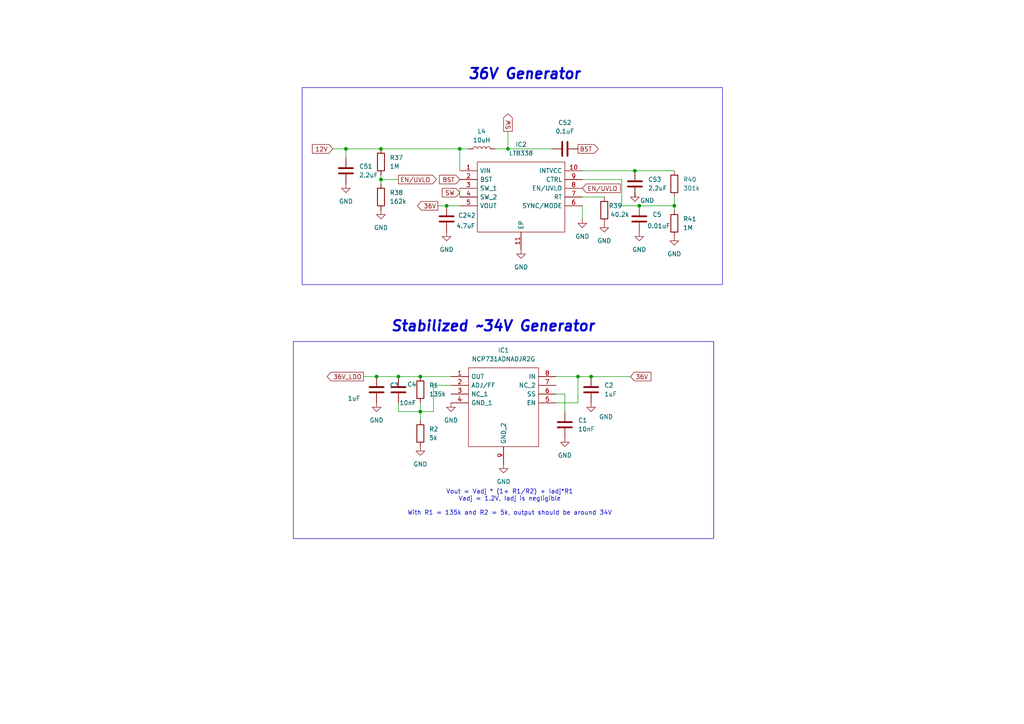
<source format=kicad_sch>
(kicad_sch
	(version 20231120)
	(generator "eeschema")
	(generator_version "8.0")
	(uuid "2b16cd04-988f-478a-8d1d-a3df4d9ab2d0")
	(paper "A4")
	(title_block
		(company "Michael Meyers")
	)
	(lib_symbols
		(symbol "Device:C"
			(pin_numbers hide)
			(pin_names
				(offset 0.254)
			)
			(exclude_from_sim no)
			(in_bom yes)
			(on_board yes)
			(property "Reference" "C"
				(at 0.635 2.54 0)
				(effects
					(font
						(size 1.27 1.27)
					)
					(justify left)
				)
			)
			(property "Value" "C"
				(at 0.635 -2.54 0)
				(effects
					(font
						(size 1.27 1.27)
					)
					(justify left)
				)
			)
			(property "Footprint" ""
				(at 0.9652 -3.81 0)
				(effects
					(font
						(size 1.27 1.27)
					)
					(hide yes)
				)
			)
			(property "Datasheet" "~"
				(at 0 0 0)
				(effects
					(font
						(size 1.27 1.27)
					)
					(hide yes)
				)
			)
			(property "Description" "Unpolarized capacitor"
				(at 0 0 0)
				(effects
					(font
						(size 1.27 1.27)
					)
					(hide yes)
				)
			)
			(property "ki_keywords" "cap capacitor"
				(at 0 0 0)
				(effects
					(font
						(size 1.27 1.27)
					)
					(hide yes)
				)
			)
			(property "ki_fp_filters" "C_*"
				(at 0 0 0)
				(effects
					(font
						(size 1.27 1.27)
					)
					(hide yes)
				)
			)
			(symbol "C_0_1"
				(polyline
					(pts
						(xy -2.032 -0.762) (xy 2.032 -0.762)
					)
					(stroke
						(width 0.508)
						(type default)
					)
					(fill
						(type none)
					)
				)
				(polyline
					(pts
						(xy -2.032 0.762) (xy 2.032 0.762)
					)
					(stroke
						(width 0.508)
						(type default)
					)
					(fill
						(type none)
					)
				)
			)
			(symbol "C_1_1"
				(pin passive line
					(at 0 3.81 270)
					(length 2.794)
					(name "~"
						(effects
							(font
								(size 1.27 1.27)
							)
						)
					)
					(number "1"
						(effects
							(font
								(size 1.27 1.27)
							)
						)
					)
				)
				(pin passive line
					(at 0 -3.81 90)
					(length 2.794)
					(name "~"
						(effects
							(font
								(size 1.27 1.27)
							)
						)
					)
					(number "2"
						(effects
							(font
								(size 1.27 1.27)
							)
						)
					)
				)
			)
		)
		(symbol "Device:L"
			(pin_numbers hide)
			(pin_names
				(offset 1.016) hide)
			(exclude_from_sim no)
			(in_bom yes)
			(on_board yes)
			(property "Reference" "L"
				(at -1.27 0 90)
				(effects
					(font
						(size 1.27 1.27)
					)
				)
			)
			(property "Value" "L"
				(at 1.905 0 90)
				(effects
					(font
						(size 1.27 1.27)
					)
				)
			)
			(property "Footprint" ""
				(at 0 0 0)
				(effects
					(font
						(size 1.27 1.27)
					)
					(hide yes)
				)
			)
			(property "Datasheet" "~"
				(at 0 0 0)
				(effects
					(font
						(size 1.27 1.27)
					)
					(hide yes)
				)
			)
			(property "Description" "Inductor"
				(at 0 0 0)
				(effects
					(font
						(size 1.27 1.27)
					)
					(hide yes)
				)
			)
			(property "ki_keywords" "inductor choke coil reactor magnetic"
				(at 0 0 0)
				(effects
					(font
						(size 1.27 1.27)
					)
					(hide yes)
				)
			)
			(property "ki_fp_filters" "Choke_* *Coil* Inductor_* L_*"
				(at 0 0 0)
				(effects
					(font
						(size 1.27 1.27)
					)
					(hide yes)
				)
			)
			(symbol "L_0_1"
				(arc
					(start 0 -2.54)
					(mid 0.6323 -1.905)
					(end 0 -1.27)
					(stroke
						(width 0)
						(type default)
					)
					(fill
						(type none)
					)
				)
				(arc
					(start 0 -1.27)
					(mid 0.6323 -0.635)
					(end 0 0)
					(stroke
						(width 0)
						(type default)
					)
					(fill
						(type none)
					)
				)
				(arc
					(start 0 0)
					(mid 0.6323 0.635)
					(end 0 1.27)
					(stroke
						(width 0)
						(type default)
					)
					(fill
						(type none)
					)
				)
				(arc
					(start 0 1.27)
					(mid 0.6323 1.905)
					(end 0 2.54)
					(stroke
						(width 0)
						(type default)
					)
					(fill
						(type none)
					)
				)
			)
			(symbol "L_1_1"
				(pin passive line
					(at 0 3.81 270)
					(length 1.27)
					(name "1"
						(effects
							(font
								(size 1.27 1.27)
							)
						)
					)
					(number "1"
						(effects
							(font
								(size 1.27 1.27)
							)
						)
					)
				)
				(pin passive line
					(at 0 -3.81 90)
					(length 1.27)
					(name "2"
						(effects
							(font
								(size 1.27 1.27)
							)
						)
					)
					(number "2"
						(effects
							(font
								(size 1.27 1.27)
							)
						)
					)
				)
			)
		)
		(symbol "Device:R"
			(pin_numbers hide)
			(pin_names
				(offset 0)
			)
			(exclude_from_sim no)
			(in_bom yes)
			(on_board yes)
			(property "Reference" "R"
				(at 2.032 0 90)
				(effects
					(font
						(size 1.27 1.27)
					)
				)
			)
			(property "Value" "R"
				(at 0 0 90)
				(effects
					(font
						(size 1.27 1.27)
					)
				)
			)
			(property "Footprint" ""
				(at -1.778 0 90)
				(effects
					(font
						(size 1.27 1.27)
					)
					(hide yes)
				)
			)
			(property "Datasheet" "~"
				(at 0 0 0)
				(effects
					(font
						(size 1.27 1.27)
					)
					(hide yes)
				)
			)
			(property "Description" "Resistor"
				(at 0 0 0)
				(effects
					(font
						(size 1.27 1.27)
					)
					(hide yes)
				)
			)
			(property "ki_keywords" "R res resistor"
				(at 0 0 0)
				(effects
					(font
						(size 1.27 1.27)
					)
					(hide yes)
				)
			)
			(property "ki_fp_filters" "R_*"
				(at 0 0 0)
				(effects
					(font
						(size 1.27 1.27)
					)
					(hide yes)
				)
			)
			(symbol "R_0_1"
				(rectangle
					(start -1.016 -2.54)
					(end 1.016 2.54)
					(stroke
						(width 0.254)
						(type default)
					)
					(fill
						(type none)
					)
				)
			)
			(symbol "R_1_1"
				(pin passive line
					(at 0 3.81 270)
					(length 1.27)
					(name "~"
						(effects
							(font
								(size 1.27 1.27)
							)
						)
					)
					(number "1"
						(effects
							(font
								(size 1.27 1.27)
							)
						)
					)
				)
				(pin passive line
					(at 0 -3.81 90)
					(length 1.27)
					(name "~"
						(effects
							(font
								(size 1.27 1.27)
							)
						)
					)
					(number "2"
						(effects
							(font
								(size 1.27 1.27)
							)
						)
					)
				)
			)
		)
		(symbol "SamacSys_Parts:NCP731ADNADJR2G"
			(pin_names
				(offset 0.762)
			)
			(exclude_from_sim no)
			(in_bom yes)
			(on_board yes)
			(property "Reference" "IC"
				(at 26.67 7.62 0)
				(effects
					(font
						(size 1.27 1.27)
					)
					(justify left)
				)
			)
			(property "Value" "NCP731ADNADJR2G"
				(at 26.67 5.08 0)
				(effects
					(font
						(size 1.27 1.27)
					)
					(justify left)
				)
			)
			(property "Footprint" "SOP65P488X110-9N"
				(at 26.67 2.54 0)
				(effects
					(font
						(size 1.27 1.27)
					)
					(justify left)
					(hide yes)
				)
			)
			(property "Datasheet" "https://www.onsemi.com/pub/Collateral/NCP731-D.PDF"
				(at 26.67 0 0)
				(effects
					(font
						(size 1.27 1.27)
					)
					(justify left)
					(hide yes)
				)
			)
			(property "Description" "Operating Input Voltage Range: 2.7 V to 38 V; Output Voltage Adjustable Range: 1.2 V to 35 V; Very Low Noise: 8 VRMS (10 Hz to 100 kHz); Low Quiescent Current: 48 A typ.; Low Dropout: 230 mV typ. at 150 mA; Output Voltage Accuracy +/-0.6%; Power Good Output with Programmable Delay (Version B); Stable with Small 1 F Ceramic Capacitors; Soft Start Input pin"
				(at 0 0 0)
				(effects
					(font
						(size 1.27 1.27)
					)
					(hide yes)
				)
			)
			(property "Description_1" "Operating Input Voltage Range: 2.7 V to 38 V; Output Voltage Adjustable Range: 1.2 V to 35 V; Very Low Noise: 8 VRMS (10 Hz to 100 kHz); Low Quiescent Current: 48 A typ.; Low Dropout: 230 mV typ. at 150 mA; Output Voltage Accuracy +/-0.6%; Power Good Output with Programmable Delay (Version B); Stable with Small 1 F Ceramic Capacitors; Soft Start Input pin"
				(at 26.67 -2.54 0)
				(effects
					(font
						(size 1.27 1.27)
					)
					(justify left)
					(hide yes)
				)
			)
			(property "Height" "1.1"
				(at 26.67 -5.08 0)
				(effects
					(font
						(size 1.27 1.27)
					)
					(justify left)
					(hide yes)
				)
			)
			(property "Manufacturer_Name" "onsemi"
				(at 26.67 -7.62 0)
				(effects
					(font
						(size 1.27 1.27)
					)
					(justify left)
					(hide yes)
				)
			)
			(property "Manufacturer_Part_Number" "NCP731ADNADJR2G"
				(at 26.67 -10.16 0)
				(effects
					(font
						(size 1.27 1.27)
					)
					(justify left)
					(hide yes)
				)
			)
			(property "Mouser Part Number" "863-NCP731ADNADJR2G"
				(at 26.67 -12.7 0)
				(effects
					(font
						(size 1.27 1.27)
					)
					(justify left)
					(hide yes)
				)
			)
			(property "Mouser Price/Stock" "https://www.mouser.co.uk/ProductDetail/onsemi/NCP731ADNADJR2G?qs=stqOd1AaK7%252BnFJAeDniiDw%3D%3D"
				(at 26.67 -15.24 0)
				(effects
					(font
						(size 1.27 1.27)
					)
					(justify left)
					(hide yes)
				)
			)
			(property "Arrow Part Number" "NCP731ADNADJR2G"
				(at 26.67 -17.78 0)
				(effects
					(font
						(size 1.27 1.27)
					)
					(justify left)
					(hide yes)
				)
			)
			(property "Arrow Price/Stock" "https://www.arrow.com/en/products/ncp731adnadjr2g/on-semiconductor?utm_currency=USD&region=nac"
				(at 26.67 -20.32 0)
				(effects
					(font
						(size 1.27 1.27)
					)
					(justify left)
					(hide yes)
				)
			)
			(symbol "NCP731ADNADJR2G_0_0"
				(pin passive line
					(at 0 0 0)
					(length 5.08)
					(name "OUT"
						(effects
							(font
								(size 1.27 1.27)
							)
						)
					)
					(number "1"
						(effects
							(font
								(size 1.27 1.27)
							)
						)
					)
				)
				(pin passive line
					(at 0 -2.54 0)
					(length 5.08)
					(name "ADJ/FF"
						(effects
							(font
								(size 1.27 1.27)
							)
						)
					)
					(number "2"
						(effects
							(font
								(size 1.27 1.27)
							)
						)
					)
				)
				(pin passive line
					(at 0 -5.08 0)
					(length 5.08)
					(name "NC_1"
						(effects
							(font
								(size 1.27 1.27)
							)
						)
					)
					(number "3"
						(effects
							(font
								(size 1.27 1.27)
							)
						)
					)
				)
				(pin passive line
					(at 0 -7.62 0)
					(length 5.08)
					(name "GND_1"
						(effects
							(font
								(size 1.27 1.27)
							)
						)
					)
					(number "4"
						(effects
							(font
								(size 1.27 1.27)
							)
						)
					)
				)
				(pin passive line
					(at 30.48 -7.62 180)
					(length 5.08)
					(name "EN"
						(effects
							(font
								(size 1.27 1.27)
							)
						)
					)
					(number "5"
						(effects
							(font
								(size 1.27 1.27)
							)
						)
					)
				)
				(pin passive line
					(at 30.48 -5.08 180)
					(length 5.08)
					(name "SS"
						(effects
							(font
								(size 1.27 1.27)
							)
						)
					)
					(number "6"
						(effects
							(font
								(size 1.27 1.27)
							)
						)
					)
				)
				(pin passive line
					(at 30.48 -2.54 180)
					(length 5.08)
					(name "NC_2"
						(effects
							(font
								(size 1.27 1.27)
							)
						)
					)
					(number "7"
						(effects
							(font
								(size 1.27 1.27)
							)
						)
					)
				)
				(pin passive line
					(at 30.48 0 180)
					(length 5.08)
					(name "IN"
						(effects
							(font
								(size 1.27 1.27)
							)
						)
					)
					(number "8"
						(effects
							(font
								(size 1.27 1.27)
							)
						)
					)
				)
				(pin passive line
					(at 15.24 -25.4 90)
					(length 5.08)
					(name "GND_2"
						(effects
							(font
								(size 1.27 1.27)
							)
						)
					)
					(number "9"
						(effects
							(font
								(size 1.27 1.27)
							)
						)
					)
				)
			)
			(symbol "NCP731ADNADJR2G_0_1"
				(polyline
					(pts
						(xy 5.08 2.54) (xy 25.4 2.54) (xy 25.4 -20.32) (xy 5.08 -20.32) (xy 5.08 2.54)
					)
					(stroke
						(width 0.1524)
						(type solid)
					)
					(fill
						(type none)
					)
				)
			)
		)
		(symbol "SamacSys_Parts:lt8338"
			(pin_names
				(offset 0.762)
			)
			(exclude_from_sim no)
			(in_bom yes)
			(on_board yes)
			(property "Reference" "IC"
				(at 31.75 7.62 0)
				(effects
					(font
						(size 1.27 1.27)
					)
					(justify left)
				)
			)
			(property "Value" "lt8338"
				(at 31.75 5.08 0)
				(effects
					(font
						(size 1.27 1.27)
					)
					(justify left)
				)
			)
			(property "Footprint" "SOP50P490X110-11N"
				(at 31.75 2.54 0)
				(effects
					(font
						(size 1.27 1.27)
					)
					(justify left)
					(hide yes)
				)
			)
			(property "Datasheet" "https://www.analog.com/media/en/technical-documentation/data-sheets/lt8338.pdf"
				(at 31.75 0 0)
				(effects
					(font
						(size 1.27 1.27)
					)
					(justify left)
					(hide yes)
				)
			)
			(property "Description" "Wide Input Voltage Range: 3.0V to 40V"
				(at 0 0 0)
				(effects
					(font
						(size 1.27 1.27)
					)
					(hide yes)
				)
			)
			(property "Description_1" "Wide Input Voltage Range: 3.0V to 40V"
				(at 31.75 -2.54 0)
				(effects
					(font
						(size 1.27 1.27)
					)
					(justify left)
					(hide yes)
				)
			)
			(property "Height" "1.1"
				(at 31.75 -5.08 0)
				(effects
					(font
						(size 1.27 1.27)
					)
					(justify left)
					(hide yes)
				)
			)
			(property "Manufacturer_Name" "Analog Devices"
				(at 31.75 -7.62 0)
				(effects
					(font
						(size 1.27 1.27)
					)
					(justify left)
					(hide yes)
				)
			)
			(property "Manufacturer_Part_Number" "lt8338"
				(at 31.75 -10.16 0)
				(effects
					(font
						(size 1.27 1.27)
					)
					(justify left)
					(hide yes)
				)
			)
			(property "Mouser Part Number" "N/A"
				(at 31.75 -12.7 0)
				(effects
					(font
						(size 1.27 1.27)
					)
					(justify left)
					(hide yes)
				)
			)
			(property "Mouser Price/Stock" "https://www.mouser.co.uk/ProductDetail/Analog-Devices/LT8338?qs=Imq1NPwxi76sIOAVJWs6LA%3D%3D"
				(at 31.75 -15.24 0)
				(effects
					(font
						(size 1.27 1.27)
					)
					(justify left)
					(hide yes)
				)
			)
			(property "Arrow Part Number" ""
				(at 31.75 -17.78 0)
				(effects
					(font
						(size 1.27 1.27)
					)
					(justify left)
					(hide yes)
				)
			)
			(property "Arrow Price/Stock" ""
				(at 31.75 -20.32 0)
				(effects
					(font
						(size 1.27 1.27)
					)
					(justify left)
					(hide yes)
				)
			)
			(symbol "lt8338_0_0"
				(pin passive line
					(at 0 0 0)
					(length 5.08)
					(name "VIN"
						(effects
							(font
								(size 1.27 1.27)
							)
						)
					)
					(number "1"
						(effects
							(font
								(size 1.27 1.27)
							)
						)
					)
				)
				(pin passive line
					(at 35.56 0 180)
					(length 5.08)
					(name "INTVCC"
						(effects
							(font
								(size 1.27 1.27)
							)
						)
					)
					(number "10"
						(effects
							(font
								(size 1.27 1.27)
							)
						)
					)
				)
				(pin passive line
					(at 17.78 -22.86 90)
					(length 5.08)
					(name "EP"
						(effects
							(font
								(size 1.27 1.27)
							)
						)
					)
					(number "11"
						(effects
							(font
								(size 1.27 1.27)
							)
						)
					)
				)
				(pin passive line
					(at 0 -2.54 0)
					(length 5.08)
					(name "BST"
						(effects
							(font
								(size 1.27 1.27)
							)
						)
					)
					(number "2"
						(effects
							(font
								(size 1.27 1.27)
							)
						)
					)
				)
				(pin passive line
					(at 0 -5.08 0)
					(length 5.08)
					(name "SW_1"
						(effects
							(font
								(size 1.27 1.27)
							)
						)
					)
					(number "3"
						(effects
							(font
								(size 1.27 1.27)
							)
						)
					)
				)
				(pin passive line
					(at 0 -7.62 0)
					(length 5.08)
					(name "SW_2"
						(effects
							(font
								(size 1.27 1.27)
							)
						)
					)
					(number "4"
						(effects
							(font
								(size 1.27 1.27)
							)
						)
					)
				)
				(pin passive line
					(at 0 -10.16 0)
					(length 5.08)
					(name "VOUT"
						(effects
							(font
								(size 1.27 1.27)
							)
						)
					)
					(number "5"
						(effects
							(font
								(size 1.27 1.27)
							)
						)
					)
				)
				(pin passive line
					(at 35.56 -10.16 180)
					(length 5.08)
					(name "SYNC/MODE"
						(effects
							(font
								(size 1.27 1.27)
							)
						)
					)
					(number "6"
						(effects
							(font
								(size 1.27 1.27)
							)
						)
					)
				)
				(pin passive line
					(at 35.56 -7.62 180)
					(length 5.08)
					(name "RT"
						(effects
							(font
								(size 1.27 1.27)
							)
						)
					)
					(number "7"
						(effects
							(font
								(size 1.27 1.27)
							)
						)
					)
				)
				(pin passive line
					(at 35.56 -5.08 180)
					(length 5.08)
					(name "EN/UVLO"
						(effects
							(font
								(size 1.27 1.27)
							)
						)
					)
					(number "8"
						(effects
							(font
								(size 1.27 1.27)
							)
						)
					)
				)
				(pin passive line
					(at 35.56 -2.54 180)
					(length 5.08)
					(name "CTRL"
						(effects
							(font
								(size 1.27 1.27)
							)
						)
					)
					(number "9"
						(effects
							(font
								(size 1.27 1.27)
							)
						)
					)
				)
			)
			(symbol "lt8338_0_1"
				(polyline
					(pts
						(xy 5.08 2.54) (xy 30.48 2.54) (xy 30.48 -17.78) (xy 5.08 -17.78) (xy 5.08 2.54)
					)
					(stroke
						(width 0.1524)
						(type solid)
					)
					(fill
						(type none)
					)
				)
			)
		)
		(symbol "power:GND"
			(power)
			(pin_numbers hide)
			(pin_names
				(offset 0) hide)
			(exclude_from_sim no)
			(in_bom yes)
			(on_board yes)
			(property "Reference" "#PWR"
				(at 0 -6.35 0)
				(effects
					(font
						(size 1.27 1.27)
					)
					(hide yes)
				)
			)
			(property "Value" "GND"
				(at 0 -3.81 0)
				(effects
					(font
						(size 1.27 1.27)
					)
				)
			)
			(property "Footprint" ""
				(at 0 0 0)
				(effects
					(font
						(size 1.27 1.27)
					)
					(hide yes)
				)
			)
			(property "Datasheet" ""
				(at 0 0 0)
				(effects
					(font
						(size 1.27 1.27)
					)
					(hide yes)
				)
			)
			(property "Description" "Power symbol creates a global label with name \"GND\" , ground"
				(at 0 0 0)
				(effects
					(font
						(size 1.27 1.27)
					)
					(hide yes)
				)
			)
			(property "ki_keywords" "global power"
				(at 0 0 0)
				(effects
					(font
						(size 1.27 1.27)
					)
					(hide yes)
				)
			)
			(symbol "GND_0_1"
				(polyline
					(pts
						(xy 0 0) (xy 0 -1.27) (xy 1.27 -1.27) (xy 0 -2.54) (xy -1.27 -1.27) (xy 0 -1.27)
					)
					(stroke
						(width 0)
						(type default)
					)
					(fill
						(type none)
					)
				)
			)
			(symbol "GND_1_1"
				(pin power_in line
					(at 0 0 270)
					(length 0)
					(name "~"
						(effects
							(font
								(size 1.27 1.27)
							)
						)
					)
					(number "1"
						(effects
							(font
								(size 1.27 1.27)
							)
						)
					)
				)
			)
		)
	)
	(junction
		(at 171.45 109.22)
		(diameter 0)
		(color 0 0 0 0)
		(uuid "068bf702-5b2c-481a-a758-57d6ada81b37")
	)
	(junction
		(at 110.49 52.07)
		(diameter 0)
		(color 0 0 0 0)
		(uuid "16ba7351-16cb-4af5-8898-07acd0efd546")
	)
	(junction
		(at 115.57 109.22)
		(diameter 0)
		(color 0 0 0 0)
		(uuid "1c0abea9-1396-40ab-ab54-361d88b43a83")
	)
	(junction
		(at 184.15 49.53)
		(diameter 0)
		(color 0 0 0 0)
		(uuid "1e58d081-272a-4d3c-adc2-1a802b1b6faa")
	)
	(junction
		(at 147.32 43.18)
		(diameter 0)
		(color 0 0 0 0)
		(uuid "20ddcb6d-82e2-4eac-9954-87294f58a6c8")
	)
	(junction
		(at 195.58 59.69)
		(diameter 0)
		(color 0 0 0 0)
		(uuid "25b088a0-ed5e-4ee2-a193-e56196e44282")
	)
	(junction
		(at 121.92 109.22)
		(diameter 0)
		(color 0 0 0 0)
		(uuid "33300d51-3b6d-42ed-b376-1174076dfe0d")
	)
	(junction
		(at 109.22 109.22)
		(diameter 0)
		(color 0 0 0 0)
		(uuid "3fba1914-fe22-4b24-9ec1-825f781feffc")
	)
	(junction
		(at 185.42 59.69)
		(diameter 0)
		(color 0 0 0 0)
		(uuid "4510de64-1099-4182-a790-37ece16667eb")
	)
	(junction
		(at 167.64 109.22)
		(diameter 0)
		(color 0 0 0 0)
		(uuid "520148c1-a480-4a17-8a35-b997a983b403")
	)
	(junction
		(at 100.33 43.18)
		(diameter 0)
		(color 0 0 0 0)
		(uuid "8f2388b9-97fb-4a3a-8d1f-f6658a508297")
	)
	(junction
		(at 133.35 43.18)
		(diameter 0)
		(color 0 0 0 0)
		(uuid "c566d882-d117-4864-8e8e-34f6b7b99786")
	)
	(junction
		(at 129.54 59.69)
		(diameter 0)
		(color 0 0 0 0)
		(uuid "d6132711-da45-4b89-8fec-e5e059f5a1d1")
	)
	(junction
		(at 121.92 119.38)
		(diameter 0)
		(color 0 0 0 0)
		(uuid "e65d89f0-ac87-4e9f-8e1f-d1590c795ecb")
	)
	(junction
		(at 110.49 43.18)
		(diameter 0)
		(color 0 0 0 0)
		(uuid "f7b929ec-5de3-475a-b7b2-43df07c20cf3")
	)
	(wire
		(pts
			(xy 168.91 59.69) (xy 168.91 63.5)
		)
		(stroke
			(width 0)
			(type default)
		)
		(uuid "01336c44-472a-4a40-ae7c-a57305cfb2c3")
	)
	(wire
		(pts
			(xy 105.41 109.22) (xy 109.22 109.22)
		)
		(stroke
			(width 0)
			(type default)
		)
		(uuid "0f2271ea-573b-48c3-9614-6af927f9bd81")
	)
	(wire
		(pts
			(xy 143.51 43.18) (xy 147.32 43.18)
		)
		(stroke
			(width 0)
			(type default)
		)
		(uuid "13cd4fdd-e126-4a49-a884-07307ce2493a")
	)
	(wire
		(pts
			(xy 168.91 52.07) (xy 180.34 52.07)
		)
		(stroke
			(width 0)
			(type default)
		)
		(uuid "181bb77e-da54-4c6d-9b35-e9e509c32f0a")
	)
	(wire
		(pts
			(xy 100.33 43.18) (xy 110.49 43.18)
		)
		(stroke
			(width 0)
			(type default)
		)
		(uuid "1bd4b056-4392-47cc-95fc-576a8fd91cd4")
	)
	(wire
		(pts
			(xy 184.15 49.53) (xy 195.58 49.53)
		)
		(stroke
			(width 0)
			(type default)
		)
		(uuid "264d897e-07cf-41c9-85a8-90a21c598fa8")
	)
	(wire
		(pts
			(xy 161.29 116.84) (xy 167.64 116.84)
		)
		(stroke
			(width 0)
			(type default)
		)
		(uuid "27d2f2b1-e38f-4961-b4d6-ab0ffd632255")
	)
	(wire
		(pts
			(xy 133.35 43.18) (xy 133.35 49.53)
		)
		(stroke
			(width 0)
			(type default)
		)
		(uuid "2cd502fb-521d-40b3-bb8d-f770348064ff")
	)
	(wire
		(pts
			(xy 110.49 52.07) (xy 110.49 53.34)
		)
		(stroke
			(width 0)
			(type default)
		)
		(uuid "30a2863c-f87d-468e-a886-9dcf7839efe9")
	)
	(wire
		(pts
			(xy 195.58 59.69) (xy 195.58 60.96)
		)
		(stroke
			(width 0)
			(type default)
		)
		(uuid "344820a4-25b8-4e47-bd73-4cc8736ea2b2")
	)
	(wire
		(pts
			(xy 125.73 111.76) (xy 125.73 119.38)
		)
		(stroke
			(width 0)
			(type default)
		)
		(uuid "4f27cb75-5e88-4029-ab6a-39f23907319c")
	)
	(wire
		(pts
			(xy 109.22 109.22) (xy 115.57 109.22)
		)
		(stroke
			(width 0)
			(type default)
		)
		(uuid "539ef4ca-a630-413e-8eda-cbcf0e1a08c9")
	)
	(wire
		(pts
			(xy 171.45 109.22) (xy 167.64 109.22)
		)
		(stroke
			(width 0)
			(type default)
		)
		(uuid "552edc2b-3204-4cc0-bc52-a711ce3dda55")
	)
	(wire
		(pts
			(xy 163.83 114.3) (xy 163.83 119.38)
		)
		(stroke
			(width 0)
			(type default)
		)
		(uuid "5ed29f44-c192-4db7-965f-ca41f0aba199")
	)
	(wire
		(pts
			(xy 115.57 119.38) (xy 121.92 119.38)
		)
		(stroke
			(width 0)
			(type default)
		)
		(uuid "6135598c-7941-4c67-a5a6-d324ef0c268d")
	)
	(wire
		(pts
			(xy 110.49 52.07) (xy 115.57 52.07)
		)
		(stroke
			(width 0)
			(type default)
		)
		(uuid "66d3a610-2c63-4b0e-934d-9f4ab4ca23cc")
	)
	(wire
		(pts
			(xy 133.35 43.18) (xy 135.89 43.18)
		)
		(stroke
			(width 0)
			(type default)
		)
		(uuid "6a634fff-b09e-4321-bec9-57d940df8dcb")
	)
	(wire
		(pts
			(xy 129.54 59.69) (xy 133.35 59.69)
		)
		(stroke
			(width 0)
			(type default)
		)
		(uuid "6d6b5516-ffc6-4827-a9a8-74980989fb24")
	)
	(wire
		(pts
			(xy 168.91 49.53) (xy 184.15 49.53)
		)
		(stroke
			(width 0)
			(type default)
		)
		(uuid "72191fa2-68c3-4554-8f9f-66cd700043a9")
	)
	(wire
		(pts
			(xy 184.15 55.88) (xy 184.15 57.15)
		)
		(stroke
			(width 0)
			(type default)
		)
		(uuid "7d48b2f6-0f51-40b6-a2d9-233a94527558")
	)
	(wire
		(pts
			(xy 168.91 57.15) (xy 175.26 57.15)
		)
		(stroke
			(width 0)
			(type default)
		)
		(uuid "7d5d0fec-e3bc-4e86-9285-ef9eb49bf319")
	)
	(wire
		(pts
			(xy 121.92 119.38) (xy 121.92 116.84)
		)
		(stroke
			(width 0)
			(type default)
		)
		(uuid "7f88926a-8637-48fd-93af-54e8feb40c4b")
	)
	(wire
		(pts
			(xy 167.64 109.22) (xy 161.29 109.22)
		)
		(stroke
			(width 0)
			(type default)
		)
		(uuid "807c722b-ab50-400c-a33e-272750e17618")
	)
	(wire
		(pts
			(xy 147.32 38.1) (xy 147.32 43.18)
		)
		(stroke
			(width 0)
			(type default)
		)
		(uuid "80cac8bb-747c-45bd-bab4-b0dfc18315fd")
	)
	(wire
		(pts
			(xy 161.29 114.3) (xy 163.83 114.3)
		)
		(stroke
			(width 0)
			(type default)
		)
		(uuid "89e23e97-d8dc-4c28-9aa3-4abf54deb437")
	)
	(wire
		(pts
			(xy 115.57 109.22) (xy 121.92 109.22)
		)
		(stroke
			(width 0)
			(type default)
		)
		(uuid "8cb8c4fb-bc42-41fa-9b6c-c7d2e66bf0e4")
	)
	(wire
		(pts
			(xy 130.81 111.76) (xy 125.73 111.76)
		)
		(stroke
			(width 0)
			(type default)
		)
		(uuid "8d8f485b-0509-40a0-816b-e9e50ac8aca5")
	)
	(wire
		(pts
			(xy 100.33 43.18) (xy 100.33 45.72)
		)
		(stroke
			(width 0)
			(type default)
		)
		(uuid "9b6730e1-754a-4410-8d78-a573756b03e3")
	)
	(wire
		(pts
			(xy 167.64 116.84) (xy 167.64 109.22)
		)
		(stroke
			(width 0)
			(type default)
		)
		(uuid "9e07f86f-0972-48fc-918e-6f8ac37cc36e")
	)
	(wire
		(pts
			(xy 195.58 57.15) (xy 195.58 59.69)
		)
		(stroke
			(width 0)
			(type default)
		)
		(uuid "a4d064e6-0d29-4c81-9959-06098c43dcdd")
	)
	(wire
		(pts
			(xy 185.42 59.69) (xy 195.58 59.69)
		)
		(stroke
			(width 0)
			(type default)
		)
		(uuid "a75a67c0-3e0f-4588-ae61-daf85979f771")
	)
	(wire
		(pts
			(xy 115.57 116.84) (xy 115.57 119.38)
		)
		(stroke
			(width 0)
			(type default)
		)
		(uuid "ac2ba1db-bb92-4774-94e8-b4e919c3a8f3")
	)
	(wire
		(pts
			(xy 110.49 43.18) (xy 133.35 43.18)
		)
		(stroke
			(width 0)
			(type default)
		)
		(uuid "ac68dc4c-5087-48f6-9ef1-0ef05990aa21")
	)
	(wire
		(pts
			(xy 180.34 59.69) (xy 185.42 59.69)
		)
		(stroke
			(width 0)
			(type default)
		)
		(uuid "b0212a8b-8954-4e39-9361-4bbc82c2486c")
	)
	(wire
		(pts
			(xy 110.49 50.8) (xy 110.49 52.07)
		)
		(stroke
			(width 0)
			(type default)
		)
		(uuid "b3d42d3d-75e5-49a2-a083-4fed84ec10eb")
	)
	(wire
		(pts
			(xy 180.34 52.07) (xy 180.34 59.69)
		)
		(stroke
			(width 0)
			(type default)
		)
		(uuid "b7b8619a-e080-487c-aef0-22a819494a68")
	)
	(wire
		(pts
			(xy 182.88 109.22) (xy 171.45 109.22)
		)
		(stroke
			(width 0)
			(type default)
		)
		(uuid "c878f1ce-6dda-4b5e-a912-6162ec853557")
	)
	(wire
		(pts
			(xy 121.92 119.38) (xy 121.92 121.92)
		)
		(stroke
			(width 0)
			(type default)
		)
		(uuid "cd2b351c-6553-4f3e-8ed2-7e3e5ebd3574")
	)
	(wire
		(pts
			(xy 96.52 43.18) (xy 100.33 43.18)
		)
		(stroke
			(width 0)
			(type default)
		)
		(uuid "d952269c-d655-4b7b-bcd5-9364278069ac")
	)
	(wire
		(pts
			(xy 127 59.69) (xy 129.54 59.69)
		)
		(stroke
			(width 0)
			(type default)
		)
		(uuid "dca0ecb8-ff68-489b-a419-772403483268")
	)
	(wire
		(pts
			(xy 121.92 109.22) (xy 130.81 109.22)
		)
		(stroke
			(width 0)
			(type default)
		)
		(uuid "f35747b7-bfcd-43d4-bc1a-d8f6972427df")
	)
	(wire
		(pts
			(xy 133.35 54.61) (xy 133.35 57.15)
		)
		(stroke
			(width 0)
			(type default)
		)
		(uuid "f5717633-85e8-4f3f-8ac5-8d8d79119429")
	)
	(wire
		(pts
			(xy 147.32 43.18) (xy 160.02 43.18)
		)
		(stroke
			(width 0)
			(type default)
		)
		(uuid "f7ac992c-a18d-4b57-8b65-0e3bc3abefc0")
	)
	(wire
		(pts
			(xy 125.73 119.38) (xy 121.92 119.38)
		)
		(stroke
			(width 0)
			(type default)
		)
		(uuid "ff7ef465-cfb4-4d80-909f-ae53d3fb6d6f")
	)
	(rectangle
		(start 85.09 99.06)
		(end 207.01 156.21)
		(stroke
			(width 0)
			(type default)
		)
		(fill
			(type none)
		)
		(uuid 9373c5b5-5d0e-4f2f-abfb-a7dc8a6406c4)
	)
	(rectangle
		(start 87.63 25.4)
		(end 209.55 82.55)
		(stroke
			(width 0)
			(type default)
		)
		(fill
			(type none)
		)
		(uuid ad00ccf8-00a2-4068-89b0-70f93891d087)
	)
	(text "Stabilized ~34V Generator"
		(exclude_from_sim no)
		(at 143.002 94.742 0)
		(effects
			(font
				(size 3 3)
				(thickness 0.6)
				(bold yes)
				(italic yes)
			)
		)
		(uuid "52d5c01a-4641-45f1-9577-71437f200247")
	)
	(text "36V Generator"
		(exclude_from_sim no)
		(at 152.146 21.59 0)
		(effects
			(font
				(size 3 3)
				(thickness 0.6)
				(bold yes)
				(italic yes)
			)
		)
		(uuid "7f0305ee-f431-4160-aba5-3ffbf40ca7cf")
	)
	(text "Vout = Vadj * (1+ R1/R2) + Iadj*R1\nVadj = 1.2V, Iadj is negligible\n\nWith R1 = 135k and R2 = 5k, output should be around 34V"
		(exclude_from_sim no)
		(at 147.828 145.796 0)
		(effects
			(font
				(size 1.27 1.27)
			)
		)
		(uuid "abffed35-03c5-4763-a457-70721d153b57")
	)
	(global_label "36V_LDO"
		(shape output)
		(at 105.41 109.22 180)
		(fields_autoplaced yes)
		(effects
			(font
				(size 1.27 1.27)
			)
			(justify right)
		)
		(uuid "001d9557-5923-4dff-876a-ffdc615008e8")
		(property "Intersheetrefs" "${INTERSHEET_REFS}"
			(at 94.321 109.22 0)
			(effects
				(font
					(size 1.27 1.27)
				)
				(justify right)
				(hide yes)
			)
		)
	)
	(global_label "36V"
		(shape output)
		(at 127 59.69 180)
		(fields_autoplaced yes)
		(effects
			(font
				(size 1.27 1.27)
			)
			(justify right)
		)
		(uuid "07163eef-3b10-4398-ad84-c1288e228bbe")
		(property "Intersheetrefs" "${INTERSHEET_REFS}"
			(at 120.5072 59.69 0)
			(effects
				(font
					(size 1.27 1.27)
				)
				(justify right)
				(hide yes)
			)
		)
	)
	(global_label "36V"
		(shape input)
		(at 182.88 109.22 0)
		(fields_autoplaced yes)
		(effects
			(font
				(size 1.27 1.27)
			)
			(justify left)
		)
		(uuid "0c144eea-80b0-47dd-a6a4-15fe173bccf6")
		(property "Intersheetrefs" "${INTERSHEET_REFS}"
			(at 189.3728 109.22 0)
			(effects
				(font
					(size 1.27 1.27)
				)
				(justify left)
				(hide yes)
			)
		)
	)
	(global_label "BST"
		(shape output)
		(at 167.64 43.18 0)
		(fields_autoplaced yes)
		(effects
			(font
				(size 1.27 1.27)
			)
			(justify left)
		)
		(uuid "1c36d0a3-e9ca-4838-8a33-af82ca3816fe")
		(property "Intersheetrefs" "${INTERSHEET_REFS}"
			(at 174.0723 43.18 0)
			(effects
				(font
					(size 1.27 1.27)
				)
				(justify left)
				(hide yes)
			)
		)
	)
	(global_label "EN{slash}UVLO"
		(shape input)
		(at 168.91 54.61 0)
		(fields_autoplaced yes)
		(effects
			(font
				(size 1.27 1.27)
			)
			(justify left)
		)
		(uuid "3149d7cf-9ad3-4274-8db1-cc7372cf83ab")
		(property "Intersheetrefs" "${INTERSHEET_REFS}"
			(at 180.4829 54.61 0)
			(effects
				(font
					(size 1.27 1.27)
				)
				(justify left)
				(hide yes)
			)
		)
	)
	(global_label "SW"
		(shape output)
		(at 147.32 38.1 90)
		(fields_autoplaced yes)
		(effects
			(font
				(size 1.27 1.27)
			)
			(justify left)
		)
		(uuid "321c7f2c-3a97-44bd-8179-dcac783e17cf")
		(property "Intersheetrefs" "${INTERSHEET_REFS}"
			(at 147.32 32.4539 90)
			(effects
				(font
					(size 1.27 1.27)
				)
				(justify left)
				(hide yes)
			)
		)
	)
	(global_label "EN{slash}UVLO"
		(shape output)
		(at 115.57 52.07 0)
		(fields_autoplaced yes)
		(effects
			(font
				(size 1.27 1.27)
			)
			(justify left)
		)
		(uuid "46051fec-63db-4519-b1d9-f51fd78204e2")
		(property "Intersheetrefs" "${INTERSHEET_REFS}"
			(at 127.1429 52.07 0)
			(effects
				(font
					(size 1.27 1.27)
				)
				(justify left)
				(hide yes)
			)
		)
	)
	(global_label "BST"
		(shape input)
		(at 133.35 52.07 180)
		(fields_autoplaced yes)
		(effects
			(font
				(size 1.27 1.27)
			)
			(justify right)
		)
		(uuid "99bfc85e-a577-4599-9d0a-0e7d9357f9c1")
		(property "Intersheetrefs" "${INTERSHEET_REFS}"
			(at 126.9177 52.07 0)
			(effects
				(font
					(size 1.27 1.27)
				)
				(justify right)
				(hide yes)
			)
		)
	)
	(global_label "SW"
		(shape input)
		(at 133.35 55.88 180)
		(fields_autoplaced yes)
		(effects
			(font
				(size 1.27 1.27)
			)
			(justify right)
		)
		(uuid "bfc8363a-844b-4c23-bca3-34d43cfbc849")
		(property "Intersheetrefs" "${INTERSHEET_REFS}"
			(at 127.7039 55.88 0)
			(effects
				(font
					(size 1.27 1.27)
				)
				(justify right)
				(hide yes)
			)
		)
	)
	(global_label "12V"
		(shape input)
		(at 96.52 43.18 180)
		(fields_autoplaced yes)
		(effects
			(font
				(size 1.27 1.27)
			)
			(justify right)
		)
		(uuid "fa44b068-c2de-4a65-be7c-c4233d8c4c91")
		(property "Intersheetrefs" "${INTERSHEET_REFS}"
			(at 90.0272 43.18 0)
			(effects
				(font
					(size 1.27 1.27)
				)
				(justify right)
				(hide yes)
			)
		)
	)
	(symbol
		(lib_id "Device:C")
		(at 163.83 43.18 90)
		(unit 1)
		(exclude_from_sim no)
		(in_bom yes)
		(on_board yes)
		(dnp no)
		(fields_autoplaced yes)
		(uuid "073598f8-62e4-4411-bb3a-af967b1f3f1f")
		(property "Reference" "C52"
			(at 163.83 35.56 90)
			(effects
				(font
					(size 1.27 1.27)
				)
			)
		)
		(property "Value" "0.1uF"
			(at 163.83 38.1 90)
			(effects
				(font
					(size 1.27 1.27)
				)
			)
		)
		(property "Footprint" "Capacitor_SMD:C_0402_1005Metric"
			(at 167.64 42.2148 0)
			(effects
				(font
					(size 1.27 1.27)
				)
				(hide yes)
			)
		)
		(property "Datasheet" "~"
			(at 163.83 43.18 0)
			(effects
				(font
					(size 1.27 1.27)
				)
				(hide yes)
			)
		)
		(property "Description" "Unpolarized capacitor"
			(at 163.83 43.18 0)
			(effects
				(font
					(size 1.27 1.27)
				)
				(hide yes)
			)
		)
		(pin "1"
			(uuid "9d6a70e5-aaa5-4c13-b649-20dcb192b9fa")
		)
		(pin "2"
			(uuid "0f770795-ebd6-4e39-b015-c88d29e2f88c")
		)
		(instances
			(project "Power_Supplies"
				(path "/5266cf9e-da90-4c53-80fd-cf3dbed42632/873b4819-32e6-40de-93d6-23cb6a01b934"
					(reference "C52")
					(unit 1)
				)
			)
		)
	)
	(symbol
		(lib_id "power:GND")
		(at 171.45 116.84 0)
		(unit 1)
		(exclude_from_sim no)
		(in_bom yes)
		(on_board no)
		(dnp no)
		(uuid "26469147-4859-4c9f-beb8-e79e9f936fe8")
		(property "Reference" "#PWR05"
			(at 171.45 123.19 0)
			(effects
				(font
					(size 1.27 1.27)
				)
				(hide yes)
			)
		)
		(property "Value" "GND"
			(at 175.768 120.904 0)
			(effects
				(font
					(size 1.27 1.27)
				)
			)
		)
		(property "Footprint" ""
			(at 171.45 116.84 0)
			(effects
				(font
					(size 1.27 1.27)
				)
				(hide yes)
			)
		)
		(property "Datasheet" ""
			(at 171.45 116.84 0)
			(effects
				(font
					(size 1.27 1.27)
				)
				(hide yes)
			)
		)
		(property "Description" "Power symbol creates a global label with name \"GND\" , ground"
			(at 171.45 116.84 0)
			(effects
				(font
					(size 1.27 1.27)
				)
				(hide yes)
			)
		)
		(pin "1"
			(uuid "cb2a9e24-e412-4947-9775-2a3f0260f89c")
		)
		(instances
			(project "Power_Supplies_Copy"
				(path "/5266cf9e-da90-4c53-80fd-cf3dbed42632/873b4819-32e6-40de-93d6-23cb6a01b934"
					(reference "#PWR05")
					(unit 1)
				)
			)
		)
	)
	(symbol
		(lib_id "Device:C")
		(at 129.54 63.5 0)
		(unit 1)
		(exclude_from_sim no)
		(in_bom yes)
		(on_board yes)
		(dnp no)
		(uuid "28235597-1880-4581-9c07-b9fc4852c066")
		(property "Reference" "C242"
			(at 132.842 62.484 0)
			(effects
				(font
					(size 1.27 1.27)
				)
				(justify left)
			)
		)
		(property "Value" "4.7uF"
			(at 132.334 65.532 0)
			(effects
				(font
					(size 1.27 1.27)
				)
				(justify left)
			)
		)
		(property "Footprint" "Capacitor_SMD:C_0805_2012Metric_Pad1.18x1.45mm_HandSolder"
			(at 130.5052 67.31 0)
			(effects
				(font
					(size 1.27 1.27)
				)
				(hide yes)
			)
		)
		(property "Datasheet" "~"
			(at 129.54 63.5 0)
			(effects
				(font
					(size 1.27 1.27)
				)
				(hide yes)
			)
		)
		(property "Description" "Unpolarized capacitor"
			(at 129.54 63.5 0)
			(effects
				(font
					(size 1.27 1.27)
				)
				(hide yes)
			)
		)
		(pin "1"
			(uuid "d178ec6a-7a3e-4e0d-8986-7b74ade26138")
		)
		(pin "2"
			(uuid "ee8cdcc2-02d8-4d35-9f5f-301501930d3d")
		)
		(instances
			(project "Power_Supplies_Copy"
				(path "/5266cf9e-da90-4c53-80fd-cf3dbed42632/873b4819-32e6-40de-93d6-23cb6a01b934"
					(reference "C242")
					(unit 1)
				)
			)
		)
	)
	(symbol
		(lib_id "power:GND")
		(at 168.91 63.5 0)
		(unit 1)
		(exclude_from_sim no)
		(in_bom yes)
		(on_board no)
		(dnp no)
		(fields_autoplaced yes)
		(uuid "3dff69f8-fbba-4127-bebf-4a3e149bd4d3")
		(property "Reference" "#PWR055"
			(at 168.91 69.85 0)
			(effects
				(font
					(size 1.27 1.27)
				)
				(hide yes)
			)
		)
		(property "Value" "GND"
			(at 168.91 68.58 0)
			(effects
				(font
					(size 1.27 1.27)
				)
			)
		)
		(property "Footprint" ""
			(at 168.91 63.5 0)
			(effects
				(font
					(size 1.27 1.27)
				)
				(hide yes)
			)
		)
		(property "Datasheet" ""
			(at 168.91 63.5 0)
			(effects
				(font
					(size 1.27 1.27)
				)
				(hide yes)
			)
		)
		(property "Description" "Power symbol creates a global label with name \"GND\" , ground"
			(at 168.91 63.5 0)
			(effects
				(font
					(size 1.27 1.27)
				)
				(hide yes)
			)
		)
		(pin "1"
			(uuid "d2a0f59c-c1d5-475d-b85c-9a9f6fc42482")
		)
		(instances
			(project "Power_Supplies_Copy"
				(path "/5266cf9e-da90-4c53-80fd-cf3dbed42632/873b4819-32e6-40de-93d6-23cb6a01b934"
					(reference "#PWR055")
					(unit 1)
				)
			)
		)
	)
	(symbol
		(lib_id "power:GND")
		(at 195.58 68.58 0)
		(unit 1)
		(exclude_from_sim no)
		(in_bom yes)
		(on_board no)
		(dnp no)
		(fields_autoplaced yes)
		(uuid "3ff93d9f-eef6-4d0d-846c-599c3259e57d")
		(property "Reference" "#PWR058"
			(at 195.58 74.93 0)
			(effects
				(font
					(size 1.27 1.27)
				)
				(hide yes)
			)
		)
		(property "Value" "GND"
			(at 195.58 73.66 0)
			(effects
				(font
					(size 1.27 1.27)
				)
			)
		)
		(property "Footprint" ""
			(at 195.58 68.58 0)
			(effects
				(font
					(size 1.27 1.27)
				)
				(hide yes)
			)
		)
		(property "Datasheet" ""
			(at 195.58 68.58 0)
			(effects
				(font
					(size 1.27 1.27)
				)
				(hide yes)
			)
		)
		(property "Description" "Power symbol creates a global label with name \"GND\" , ground"
			(at 195.58 68.58 0)
			(effects
				(font
					(size 1.27 1.27)
				)
				(hide yes)
			)
		)
		(pin "1"
			(uuid "dcb0d5bc-df6c-4905-b139-9424cf136ef3")
		)
		(instances
			(project "Power_Supplies_Copy"
				(path "/5266cf9e-da90-4c53-80fd-cf3dbed42632/873b4819-32e6-40de-93d6-23cb6a01b934"
					(reference "#PWR058")
					(unit 1)
				)
			)
		)
	)
	(symbol
		(lib_id "power:GND")
		(at 185.42 67.31 0)
		(unit 1)
		(exclude_from_sim no)
		(in_bom yes)
		(on_board no)
		(dnp no)
		(fields_autoplaced yes)
		(uuid "48f2914f-8c89-42cb-ac45-41e5d0c5bc9f")
		(property "Reference" "#PWR07"
			(at 185.42 73.66 0)
			(effects
				(font
					(size 1.27 1.27)
				)
				(hide yes)
			)
		)
		(property "Value" "GND"
			(at 185.42 72.39 0)
			(effects
				(font
					(size 1.27 1.27)
				)
			)
		)
		(property "Footprint" ""
			(at 185.42 67.31 0)
			(effects
				(font
					(size 1.27 1.27)
				)
				(hide yes)
			)
		)
		(property "Datasheet" ""
			(at 185.42 67.31 0)
			(effects
				(font
					(size 1.27 1.27)
				)
				(hide yes)
			)
		)
		(property "Description" "Power symbol creates a global label with name \"GND\" , ground"
			(at 185.42 67.31 0)
			(effects
				(font
					(size 1.27 1.27)
				)
				(hide yes)
			)
		)
		(pin "1"
			(uuid "a55c3749-4af2-4a9a-8eb0-dabc91da5eea")
		)
		(instances
			(project "Power_Supplies_Copy"
				(path "/5266cf9e-da90-4c53-80fd-cf3dbed42632/873b4819-32e6-40de-93d6-23cb6a01b934"
					(reference "#PWR07")
					(unit 1)
				)
			)
		)
	)
	(symbol
		(lib_id "power:GND")
		(at 109.22 116.84 0)
		(unit 1)
		(exclude_from_sim no)
		(in_bom yes)
		(on_board no)
		(dnp no)
		(fields_autoplaced yes)
		(uuid "4b2d88f7-b957-431e-aab4-7721049eabe4")
		(property "Reference" "#PWR06"
			(at 109.22 123.19 0)
			(effects
				(font
					(size 1.27 1.27)
				)
				(hide yes)
			)
		)
		(property "Value" "GND"
			(at 109.22 121.92 0)
			(effects
				(font
					(size 1.27 1.27)
				)
			)
		)
		(property "Footprint" ""
			(at 109.22 116.84 0)
			(effects
				(font
					(size 1.27 1.27)
				)
				(hide yes)
			)
		)
		(property "Datasheet" ""
			(at 109.22 116.84 0)
			(effects
				(font
					(size 1.27 1.27)
				)
				(hide yes)
			)
		)
		(property "Description" "Power symbol creates a global label with name \"GND\" , ground"
			(at 109.22 116.84 0)
			(effects
				(font
					(size 1.27 1.27)
				)
				(hide yes)
			)
		)
		(pin "1"
			(uuid "c01f2ff9-91e1-48f0-8163-47e5467b5445")
		)
		(instances
			(project "Power_Supplies_Copy"
				(path "/5266cf9e-da90-4c53-80fd-cf3dbed42632/873b4819-32e6-40de-93d6-23cb6a01b934"
					(reference "#PWR06")
					(unit 1)
				)
			)
		)
	)
	(symbol
		(lib_id "power:GND")
		(at 184.15 55.88 0)
		(unit 1)
		(exclude_from_sim no)
		(in_bom yes)
		(on_board no)
		(dnp no)
		(uuid "592b8b83-63a0-494c-8816-86636b7a9239")
		(property "Reference" "#PWR057"
			(at 184.15 62.23 0)
			(effects
				(font
					(size 1.27 1.27)
				)
				(hide yes)
			)
		)
		(property "Value" "GND"
			(at 187.706 58.166 0)
			(effects
				(font
					(size 1.27 1.27)
				)
			)
		)
		(property "Footprint" ""
			(at 184.15 55.88 0)
			(effects
				(font
					(size 1.27 1.27)
				)
				(hide yes)
			)
		)
		(property "Datasheet" ""
			(at 184.15 55.88 0)
			(effects
				(font
					(size 1.27 1.27)
				)
				(hide yes)
			)
		)
		(property "Description" "Power symbol creates a global label with name \"GND\" , ground"
			(at 184.15 55.88 0)
			(effects
				(font
					(size 1.27 1.27)
				)
				(hide yes)
			)
		)
		(pin "1"
			(uuid "53abe5b7-757a-4791-9017-e5cfd2c5e31a")
		)
		(instances
			(project "Power_Supplies_Copy"
				(path "/5266cf9e-da90-4c53-80fd-cf3dbed42632/873b4819-32e6-40de-93d6-23cb6a01b934"
					(reference "#PWR057")
					(unit 1)
				)
			)
		)
	)
	(symbol
		(lib_id "Device:R")
		(at 110.49 46.99 0)
		(unit 1)
		(exclude_from_sim no)
		(in_bom yes)
		(on_board yes)
		(dnp no)
		(fields_autoplaced yes)
		(uuid "5a353b95-64a8-47d0-93d4-1fe9b75fcd0e")
		(property "Reference" "R37"
			(at 113.03 45.7199 0)
			(effects
				(font
					(size 1.27 1.27)
				)
				(justify left)
			)
		)
		(property "Value" "1M"
			(at 113.03 48.2599 0)
			(effects
				(font
					(size 1.27 1.27)
				)
				(justify left)
			)
		)
		(property "Footprint" "PCM_Resistor_SMD_AKL:R_0402_1005Metric_Pad0.72x0.64mm_HandSolder"
			(at 108.712 46.99 90)
			(effects
				(font
					(size 1.27 1.27)
				)
				(hide yes)
			)
		)
		(property "Datasheet" "~"
			(at 110.49 46.99 0)
			(effects
				(font
					(size 1.27 1.27)
				)
				(hide yes)
			)
		)
		(property "Description" "Resistor"
			(at 110.49 46.99 0)
			(effects
				(font
					(size 1.27 1.27)
				)
				(hide yes)
			)
		)
		(pin "2"
			(uuid "494ca42f-f5e1-4f3e-be22-3de7f9cce388")
		)
		(pin "1"
			(uuid "da57385c-1394-4f98-8d35-999619242e80")
		)
		(instances
			(project "Power_Supplies"
				(path "/5266cf9e-da90-4c53-80fd-cf3dbed42632/873b4819-32e6-40de-93d6-23cb6a01b934"
					(reference "R37")
					(unit 1)
				)
			)
		)
	)
	(symbol
		(lib_id "Device:C")
		(at 184.15 53.34 0)
		(unit 1)
		(exclude_from_sim no)
		(in_bom yes)
		(on_board yes)
		(dnp no)
		(fields_autoplaced yes)
		(uuid "5d454132-59f4-4e7a-a8df-e1007edab0cd")
		(property "Reference" "C53"
			(at 187.96 52.0699 0)
			(effects
				(font
					(size 1.27 1.27)
				)
				(justify left)
			)
		)
		(property "Value" "2.2uF"
			(at 187.96 54.6099 0)
			(effects
				(font
					(size 1.27 1.27)
				)
				(justify left)
			)
		)
		(property "Footprint" "Capacitor_SMD:C_0805_2012Metric_Pad1.18x1.45mm_HandSolder"
			(at 185.1152 57.15 0)
			(effects
				(font
					(size 1.27 1.27)
				)
				(hide yes)
			)
		)
		(property "Datasheet" "~"
			(at 184.15 53.34 0)
			(effects
				(font
					(size 1.27 1.27)
				)
				(hide yes)
			)
		)
		(property "Description" "Unpolarized capacitor"
			(at 184.15 53.34 0)
			(effects
				(font
					(size 1.27 1.27)
				)
				(hide yes)
			)
		)
		(pin "1"
			(uuid "cd3036e6-0c0a-4b3f-929c-88e87d5e434f")
		)
		(pin "2"
			(uuid "688b7037-563b-41b7-b96b-a583f58a1f2a")
		)
		(instances
			(project "Power_Supplies"
				(path "/5266cf9e-da90-4c53-80fd-cf3dbed42632/873b4819-32e6-40de-93d6-23cb6a01b934"
					(reference "C53")
					(unit 1)
				)
			)
		)
	)
	(symbol
		(lib_id "power:GND")
		(at 110.49 60.96 0)
		(unit 1)
		(exclude_from_sim no)
		(in_bom yes)
		(on_board no)
		(dnp no)
		(fields_autoplaced yes)
		(uuid "6047371f-2fff-4bcc-82b4-8643bb9c4cd9")
		(property "Reference" "#PWR053"
			(at 110.49 67.31 0)
			(effects
				(font
					(size 1.27 1.27)
				)
				(hide yes)
			)
		)
		(property "Value" "GND"
			(at 110.49 66.04 0)
			(effects
				(font
					(size 1.27 1.27)
				)
			)
		)
		(property "Footprint" ""
			(at 110.49 60.96 0)
			(effects
				(font
					(size 1.27 1.27)
				)
				(hide yes)
			)
		)
		(property "Datasheet" ""
			(at 110.49 60.96 0)
			(effects
				(font
					(size 1.27 1.27)
				)
				(hide yes)
			)
		)
		(property "Description" "Power symbol creates a global label with name \"GND\" , ground"
			(at 110.49 60.96 0)
			(effects
				(font
					(size 1.27 1.27)
				)
				(hide yes)
			)
		)
		(pin "1"
			(uuid "a1dc71ea-7be1-4cfe-a1d7-b0436aaaf3a9")
		)
		(instances
			(project "Power_Supplies_Copy"
				(path "/5266cf9e-da90-4c53-80fd-cf3dbed42632/873b4819-32e6-40de-93d6-23cb6a01b934"
					(reference "#PWR053")
					(unit 1)
				)
			)
		)
	)
	(symbol
		(lib_id "Device:R")
		(at 121.92 125.73 180)
		(unit 1)
		(exclude_from_sim no)
		(in_bom yes)
		(on_board yes)
		(dnp no)
		(fields_autoplaced yes)
		(uuid "65a8d557-9e46-420e-b1f3-bb490859de26")
		(property "Reference" "R2"
			(at 124.46 124.4599 0)
			(effects
				(font
					(size 1.27 1.27)
				)
				(justify right)
			)
		)
		(property "Value" "5k"
			(at 124.46 126.9999 0)
			(effects
				(font
					(size 1.27 1.27)
				)
				(justify right)
			)
		)
		(property "Footprint" "PCM_Resistor_SMD_AKL:R_0402_1005Metric_Pad0.72x0.64mm_HandSolder"
			(at 123.698 125.73 90)
			(effects
				(font
					(size 1.27 1.27)
				)
				(hide yes)
			)
		)
		(property "Datasheet" "~"
			(at 121.92 125.73 0)
			(effects
				(font
					(size 1.27 1.27)
				)
				(hide yes)
			)
		)
		(property "Description" "Resistor"
			(at 121.92 125.73 0)
			(effects
				(font
					(size 1.27 1.27)
				)
				(hide yes)
			)
		)
		(pin "2"
			(uuid "9bde4f8b-7522-43b8-a692-01595a2646ea")
		)
		(pin "1"
			(uuid "ab7f1239-6a72-458f-8ff7-0572040abf4d")
		)
		(instances
			(project "Power_Supplies_Copy"
				(path "/5266cf9e-da90-4c53-80fd-cf3dbed42632/873b4819-32e6-40de-93d6-23cb6a01b934"
					(reference "R2")
					(unit 1)
				)
			)
		)
	)
	(symbol
		(lib_id "power:GND")
		(at 151.13 72.39 0)
		(unit 1)
		(exclude_from_sim no)
		(in_bom yes)
		(on_board no)
		(dnp no)
		(fields_autoplaced yes)
		(uuid "699e7f43-b71b-4aa6-b7c6-564095ee0aca")
		(property "Reference" "#PWR054"
			(at 151.13 78.74 0)
			(effects
				(font
					(size 1.27 1.27)
				)
				(hide yes)
			)
		)
		(property "Value" "GND"
			(at 151.13 77.47 0)
			(effects
				(font
					(size 1.27 1.27)
				)
			)
		)
		(property "Footprint" ""
			(at 151.13 72.39 0)
			(effects
				(font
					(size 1.27 1.27)
				)
				(hide yes)
			)
		)
		(property "Datasheet" ""
			(at 151.13 72.39 0)
			(effects
				(font
					(size 1.27 1.27)
				)
				(hide yes)
			)
		)
		(property "Description" "Power symbol creates a global label with name \"GND\" , ground"
			(at 151.13 72.39 0)
			(effects
				(font
					(size 1.27 1.27)
				)
				(hide yes)
			)
		)
		(pin "1"
			(uuid "8dde50e2-391c-4aa9-826b-d7a28d40b6ad")
		)
		(instances
			(project "Power_Supplies_Copy"
				(path "/5266cf9e-da90-4c53-80fd-cf3dbed42632/873b4819-32e6-40de-93d6-23cb6a01b934"
					(reference "#PWR054")
					(unit 1)
				)
			)
		)
	)
	(symbol
		(lib_id "Device:C")
		(at 100.33 49.53 0)
		(unit 1)
		(exclude_from_sim no)
		(in_bom yes)
		(on_board yes)
		(dnp no)
		(fields_autoplaced yes)
		(uuid "879cd316-54f2-4c50-ac79-70f6b77abe9f")
		(property "Reference" "C51"
			(at 104.14 48.2599 0)
			(effects
				(font
					(size 1.27 1.27)
				)
				(justify left)
			)
		)
		(property "Value" "2.2uF"
			(at 104.14 50.7999 0)
			(effects
				(font
					(size 1.27 1.27)
				)
				(justify left)
			)
		)
		(property "Footprint" "Capacitor_SMD:C_0805_2012Metric_Pad1.18x1.45mm_HandSolder"
			(at 101.2952 53.34 0)
			(effects
				(font
					(size 1.27 1.27)
				)
				(hide yes)
			)
		)
		(property "Datasheet" "~"
			(at 100.33 49.53 0)
			(effects
				(font
					(size 1.27 1.27)
				)
				(hide yes)
			)
		)
		(property "Description" "Unpolarized capacitor"
			(at 100.33 49.53 0)
			(effects
				(font
					(size 1.27 1.27)
				)
				(hide yes)
			)
		)
		(pin "1"
			(uuid "813d2937-d11f-4ffe-9064-0c36be81501c")
		)
		(pin "2"
			(uuid "bdb91ac2-0945-4014-a2d4-647f8b71d68d")
		)
		(instances
			(project "Power_Supplies"
				(path "/5266cf9e-da90-4c53-80fd-cf3dbed42632/873b4819-32e6-40de-93d6-23cb6a01b934"
					(reference "C51")
					(unit 1)
				)
			)
		)
	)
	(symbol
		(lib_id "Device:C")
		(at 115.57 113.03 0)
		(unit 1)
		(exclude_from_sim no)
		(in_bom yes)
		(on_board yes)
		(dnp no)
		(uuid "88b1aa65-d55b-4d14-be12-856fc1b3058d")
		(property "Reference" "C4"
			(at 118.11 111.506 0)
			(effects
				(font
					(size 1.27 1.27)
				)
				(justify left)
			)
		)
		(property "Value" "10nF"
			(at 115.824 116.84 0)
			(effects
				(font
					(size 1.27 1.27)
				)
				(justify left)
			)
		)
		(property "Footprint" "Capacitor_SMD:C_0402_1005Metric"
			(at 116.5352 116.84 0)
			(effects
				(font
					(size 1.27 1.27)
				)
				(hide yes)
			)
		)
		(property "Datasheet" "~"
			(at 115.57 113.03 0)
			(effects
				(font
					(size 1.27 1.27)
				)
				(hide yes)
			)
		)
		(property "Description" "Unpolarized capacitor"
			(at 115.57 113.03 0)
			(effects
				(font
					(size 1.27 1.27)
				)
				(hide yes)
			)
		)
		(pin "1"
			(uuid "78dbce95-3383-46ea-8f85-d0ac357ce0da")
		)
		(pin "2"
			(uuid "1507d8b3-4116-481b-975c-883d40f07c01")
		)
		(instances
			(project "Power_Supplies_Copy"
				(path "/5266cf9e-da90-4c53-80fd-cf3dbed42632/873b4819-32e6-40de-93d6-23cb6a01b934"
					(reference "C4")
					(unit 1)
				)
			)
		)
	)
	(symbol
		(lib_id "SamacSys_Parts:lt8338")
		(at 133.35 49.53 0)
		(unit 1)
		(exclude_from_sim no)
		(in_bom yes)
		(on_board yes)
		(dnp no)
		(fields_autoplaced yes)
		(uuid "90248dca-00a4-469c-941b-2ff961172d82")
		(property "Reference" "IC2"
			(at 151.13 41.91 0)
			(effects
				(font
					(size 1.27 1.27)
				)
			)
		)
		(property "Value" "LT8338"
			(at 151.13 44.45 0)
			(effects
				(font
					(size 1.27 1.27)
				)
			)
		)
		(property "Footprint" "SamacSys_Parts:SOP50P490X110-11N"
			(at 165.1 46.99 0)
			(effects
				(font
					(size 1.27 1.27)
				)
				(justify left)
				(hide yes)
			)
		)
		(property "Datasheet" "https://www.analog.com/media/en/technical-documentation/data-sheets/lt8338.pdf"
			(at 165.1 49.53 0)
			(effects
				(font
					(size 1.27 1.27)
				)
				(justify left)
				(hide yes)
			)
		)
		(property "Description" "Wide Input Voltage Range: 3.0V to 40V"
			(at 133.35 49.53 0)
			(effects
				(font
					(size 1.27 1.27)
				)
				(hide yes)
			)
		)
		(property "Description_1" "Wide Input Voltage Range: 3.0V to 40V"
			(at 165.1 52.07 0)
			(effects
				(font
					(size 1.27 1.27)
				)
				(justify left)
				(hide yes)
			)
		)
		(property "Height" "1.1"
			(at 165.1 54.61 0)
			(effects
				(font
					(size 1.27 1.27)
				)
				(justify left)
				(hide yes)
			)
		)
		(property "Manufacturer_Name" "Analog Devices"
			(at 165.1 57.15 0)
			(effects
				(font
					(size 1.27 1.27)
				)
				(justify left)
				(hide yes)
			)
		)
		(property "Manufacturer_Part_Number" "lt8338"
			(at 165.1 59.69 0)
			(effects
				(font
					(size 1.27 1.27)
				)
				(justify left)
				(hide yes)
			)
		)
		(property "Mouser Part Number" "N/A"
			(at 165.1 62.23 0)
			(effects
				(font
					(size 1.27 1.27)
				)
				(justify left)
				(hide yes)
			)
		)
		(property "Mouser Price/Stock" "https://www.mouser.co.uk/ProductDetail/Analog-Devices/LT8338?qs=Imq1NPwxi76sIOAVJWs6LA%3D%3D"
			(at 165.1 64.77 0)
			(effects
				(font
					(size 1.27 1.27)
				)
				(justify left)
				(hide yes)
			)
		)
		(property "Arrow Part Number" ""
			(at 165.1 67.31 0)
			(effects
				(font
					(size 1.27 1.27)
				)
				(justify left)
				(hide yes)
			)
		)
		(property "Arrow Price/Stock" ""
			(at 165.1 69.85 0)
			(effects
				(font
					(size 1.27 1.27)
				)
				(justify left)
				(hide yes)
			)
		)
		(pin "2"
			(uuid "e2b389de-fc4a-494c-849a-423571aa2241")
		)
		(pin "5"
			(uuid "699bf97f-0b63-4bf9-93cd-47825363aabd")
		)
		(pin "7"
			(uuid "01edfbe1-f8bb-42e6-9a72-c55bbbe89fd2")
		)
		(pin "9"
			(uuid "d0bda72d-547f-4899-9eb6-9752f5167891")
		)
		(pin "10"
			(uuid "3907580c-a639-4e79-9851-6fa580f82d29")
		)
		(pin "1"
			(uuid "bfd9b05d-4ad2-4004-bab7-42f1132704fc")
		)
		(pin "11"
			(uuid "e9278787-abe6-49f5-8697-d20d5fa1e87a")
		)
		(pin "6"
			(uuid "506c2b30-f9cc-419f-9d8d-2da8f217ae3a")
		)
		(pin "3"
			(uuid "64111354-e96a-432b-bceb-021a37542095")
		)
		(pin "4"
			(uuid "2ad8084e-9e76-46d6-b22c-419cd332908c")
		)
		(pin "8"
			(uuid "caf7d0d6-3229-42d6-8c21-30e24ea5f18f")
		)
		(instances
			(project ""
				(path "/5266cf9e-da90-4c53-80fd-cf3dbed42632/873b4819-32e6-40de-93d6-23cb6a01b934"
					(reference "IC2")
					(unit 1)
				)
			)
		)
	)
	(symbol
		(lib_id "power:GND")
		(at 130.81 116.84 0)
		(unit 1)
		(exclude_from_sim no)
		(in_bom yes)
		(on_board no)
		(dnp no)
		(fields_autoplaced yes)
		(uuid "9352e556-d1f9-41d3-82ad-cdc136e47925")
		(property "Reference" "#PWR02"
			(at 130.81 123.19 0)
			(effects
				(font
					(size 1.27 1.27)
				)
				(hide yes)
			)
		)
		(property "Value" "GND"
			(at 130.81 121.92 0)
			(effects
				(font
					(size 1.27 1.27)
				)
			)
		)
		(property "Footprint" ""
			(at 130.81 116.84 0)
			(effects
				(font
					(size 1.27 1.27)
				)
				(hide yes)
			)
		)
		(property "Datasheet" ""
			(at 130.81 116.84 0)
			(effects
				(font
					(size 1.27 1.27)
				)
				(hide yes)
			)
		)
		(property "Description" "Power symbol creates a global label with name \"GND\" , ground"
			(at 130.81 116.84 0)
			(effects
				(font
					(size 1.27 1.27)
				)
				(hide yes)
			)
		)
		(pin "1"
			(uuid "9b27f4da-b044-484d-9b98-653bd83a50e9")
		)
		(instances
			(project "Power_Supplies_Copy"
				(path "/5266cf9e-da90-4c53-80fd-cf3dbed42632/873b4819-32e6-40de-93d6-23cb6a01b934"
					(reference "#PWR02")
					(unit 1)
				)
			)
		)
	)
	(symbol
		(lib_id "power:GND")
		(at 121.92 129.54 0)
		(unit 1)
		(exclude_from_sim no)
		(in_bom yes)
		(on_board no)
		(dnp no)
		(fields_autoplaced yes)
		(uuid "9969d251-34c4-4575-a55c-73549a24a60f")
		(property "Reference" "#PWR04"
			(at 121.92 135.89 0)
			(effects
				(font
					(size 1.27 1.27)
				)
				(hide yes)
			)
		)
		(property "Value" "GND"
			(at 121.92 134.62 0)
			(effects
				(font
					(size 1.27 1.27)
				)
			)
		)
		(property "Footprint" ""
			(at 121.92 129.54 0)
			(effects
				(font
					(size 1.27 1.27)
				)
				(hide yes)
			)
		)
		(property "Datasheet" ""
			(at 121.92 129.54 0)
			(effects
				(font
					(size 1.27 1.27)
				)
				(hide yes)
			)
		)
		(property "Description" "Power symbol creates a global label with name \"GND\" , ground"
			(at 121.92 129.54 0)
			(effects
				(font
					(size 1.27 1.27)
				)
				(hide yes)
			)
		)
		(pin "1"
			(uuid "e6ca2827-2678-4acf-a941-080fed2627b8")
		)
		(instances
			(project "Power_Supplies_Copy"
				(path "/5266cf9e-da90-4c53-80fd-cf3dbed42632/873b4819-32e6-40de-93d6-23cb6a01b934"
					(reference "#PWR04")
					(unit 1)
				)
			)
		)
	)
	(symbol
		(lib_id "Device:R")
		(at 121.92 113.03 180)
		(unit 1)
		(exclude_from_sim no)
		(in_bom yes)
		(on_board yes)
		(dnp no)
		(fields_autoplaced yes)
		(uuid "9b39d4a5-7548-4736-bc90-631c6e5b2147")
		(property "Reference" "R1"
			(at 124.46 111.7599 0)
			(effects
				(font
					(size 1.27 1.27)
				)
				(justify right)
			)
		)
		(property "Value" "135k"
			(at 124.46 114.2999 0)
			(effects
				(font
					(size 1.27 1.27)
				)
				(justify right)
			)
		)
		(property "Footprint" "PCM_Resistor_SMD_AKL:R_0402_1005Metric_Pad0.72x0.64mm_HandSolder"
			(at 123.698 113.03 90)
			(effects
				(font
					(size 1.27 1.27)
				)
				(hide yes)
			)
		)
		(property "Datasheet" "~"
			(at 121.92 113.03 0)
			(effects
				(font
					(size 1.27 1.27)
				)
				(hide yes)
			)
		)
		(property "Description" "Resistor"
			(at 121.92 113.03 0)
			(effects
				(font
					(size 1.27 1.27)
				)
				(hide yes)
			)
		)
		(pin "2"
			(uuid "b2f23005-c595-466a-bad8-cae5b3e9890f")
		)
		(pin "1"
			(uuid "ceef6bdb-bcd4-4934-8c64-f99eb761a452")
		)
		(instances
			(project "Power_Supplies_Copy"
				(path "/5266cf9e-da90-4c53-80fd-cf3dbed42632/873b4819-32e6-40de-93d6-23cb6a01b934"
					(reference "R1")
					(unit 1)
				)
			)
		)
	)
	(symbol
		(lib_id "Device:C")
		(at 109.22 113.03 0)
		(unit 1)
		(exclude_from_sim no)
		(in_bom yes)
		(on_board yes)
		(dnp no)
		(uuid "9e70b79e-0fca-4574-86cb-c573f3d7450b")
		(property "Reference" "C3"
			(at 113.03 111.7599 0)
			(effects
				(font
					(size 1.27 1.27)
				)
				(justify left)
			)
		)
		(property "Value" "1uF"
			(at 100.838 115.57 0)
			(effects
				(font
					(size 1.27 1.27)
				)
				(justify left)
			)
		)
		(property "Footprint" "Capacitor_SMD:C_0402_1005Metric"
			(at 110.1852 116.84 0)
			(effects
				(font
					(size 1.27 1.27)
				)
				(hide yes)
			)
		)
		(property "Datasheet" "~"
			(at 109.22 113.03 0)
			(effects
				(font
					(size 1.27 1.27)
				)
				(hide yes)
			)
		)
		(property "Description" "Unpolarized capacitor"
			(at 109.22 113.03 0)
			(effects
				(font
					(size 1.27 1.27)
				)
				(hide yes)
			)
		)
		(pin "1"
			(uuid "d4b92420-1c4c-4272-a184-0a654b1962e6")
		)
		(pin "2"
			(uuid "14064009-aba2-4303-b3df-509dbdad2057")
		)
		(instances
			(project "Power_Supplies_Copy"
				(path "/5266cf9e-da90-4c53-80fd-cf3dbed42632/873b4819-32e6-40de-93d6-23cb6a01b934"
					(reference "C3")
					(unit 1)
				)
			)
		)
	)
	(symbol
		(lib_id "power:GND")
		(at 175.26 64.77 0)
		(unit 1)
		(exclude_from_sim no)
		(in_bom yes)
		(on_board no)
		(dnp no)
		(fields_autoplaced yes)
		(uuid "a5123278-f8c1-43ad-9c05-43b9926a8f2a")
		(property "Reference" "#PWR056"
			(at 175.26 71.12 0)
			(effects
				(font
					(size 1.27 1.27)
				)
				(hide yes)
			)
		)
		(property "Value" "GND"
			(at 175.26 69.85 0)
			(effects
				(font
					(size 1.27 1.27)
				)
			)
		)
		(property "Footprint" ""
			(at 175.26 64.77 0)
			(effects
				(font
					(size 1.27 1.27)
				)
				(hide yes)
			)
		)
		(property "Datasheet" ""
			(at 175.26 64.77 0)
			(effects
				(font
					(size 1.27 1.27)
				)
				(hide yes)
			)
		)
		(property "Description" "Power symbol creates a global label with name \"GND\" , ground"
			(at 175.26 64.77 0)
			(effects
				(font
					(size 1.27 1.27)
				)
				(hide yes)
			)
		)
		(pin "1"
			(uuid "ce8c3f0e-2ff7-439c-8068-815c543f3cde")
		)
		(instances
			(project "Power_Supplies_Copy"
				(path "/5266cf9e-da90-4c53-80fd-cf3dbed42632/873b4819-32e6-40de-93d6-23cb6a01b934"
					(reference "#PWR056")
					(unit 1)
				)
			)
		)
	)
	(symbol
		(lib_id "Device:C")
		(at 171.45 113.03 0)
		(unit 1)
		(exclude_from_sim no)
		(in_bom yes)
		(on_board yes)
		(dnp no)
		(fields_autoplaced yes)
		(uuid "b2e1ef2d-91fe-44be-96f7-731d9a6dad53")
		(property "Reference" "C2"
			(at 175.26 111.7599 0)
			(effects
				(font
					(size 1.27 1.27)
				)
				(justify left)
			)
		)
		(property "Value" "1uF"
			(at 175.26 114.2999 0)
			(effects
				(font
					(size 1.27 1.27)
				)
				(justify left)
			)
		)
		(property "Footprint" "Capacitor_SMD:C_0402_1005Metric"
			(at 172.4152 116.84 0)
			(effects
				(font
					(size 1.27 1.27)
				)
				(hide yes)
			)
		)
		(property "Datasheet" "~"
			(at 171.45 113.03 0)
			(effects
				(font
					(size 1.27 1.27)
				)
				(hide yes)
			)
		)
		(property "Description" "Unpolarized capacitor"
			(at 171.45 113.03 0)
			(effects
				(font
					(size 1.27 1.27)
				)
				(hide yes)
			)
		)
		(pin "1"
			(uuid "3b7e8a0a-fdab-4ddf-865e-4643c86f1e0e")
		)
		(pin "2"
			(uuid "d96afbed-b0fd-4e0c-8b88-9288b12429b4")
		)
		(instances
			(project "Power_Supplies_Copy"
				(path "/5266cf9e-da90-4c53-80fd-cf3dbed42632/873b4819-32e6-40de-93d6-23cb6a01b934"
					(reference "C2")
					(unit 1)
				)
			)
		)
	)
	(symbol
		(lib_id "Device:R")
		(at 175.26 60.96 0)
		(unit 1)
		(exclude_from_sim no)
		(in_bom yes)
		(on_board yes)
		(dnp no)
		(uuid "b3d436eb-df1f-45fc-86c4-c261f5e24071")
		(property "Reference" "R39"
			(at 176.53 59.69 0)
			(effects
				(font
					(size 1.27 1.27)
				)
				(justify left)
			)
		)
		(property "Value" "40.2k"
			(at 177.038 62.23 0)
			(effects
				(font
					(size 1.27 1.27)
				)
				(justify left)
			)
		)
		(property "Footprint" "PCM_Resistor_SMD_AKL:R_0402_1005Metric_Pad0.72x0.64mm_HandSolder"
			(at 173.482 60.96 90)
			(effects
				(font
					(size 1.27 1.27)
				)
				(hide yes)
			)
		)
		(property "Datasheet" "~"
			(at 175.26 60.96 0)
			(effects
				(font
					(size 1.27 1.27)
				)
				(hide yes)
			)
		)
		(property "Description" "Resistor"
			(at 175.26 60.96 0)
			(effects
				(font
					(size 1.27 1.27)
				)
				(hide yes)
			)
		)
		(pin "2"
			(uuid "ea540780-4542-4eb3-a425-f968c35e8aea")
		)
		(pin "1"
			(uuid "36d2d0f1-2ddc-4e00-bed2-3877b687208c")
		)
		(instances
			(project "Power_Supplies"
				(path "/5266cf9e-da90-4c53-80fd-cf3dbed42632/873b4819-32e6-40de-93d6-23cb6a01b934"
					(reference "R39")
					(unit 1)
				)
			)
		)
	)
	(symbol
		(lib_id "SamacSys_Parts:NCP731ADNADJR2G")
		(at 130.81 109.22 0)
		(unit 1)
		(exclude_from_sim no)
		(in_bom yes)
		(on_board yes)
		(dnp no)
		(fields_autoplaced yes)
		(uuid "b429f9fb-91c3-4810-baa3-0a9cb9283e28")
		(property "Reference" "IC1"
			(at 146.05 101.6 0)
			(effects
				(font
					(size 1.27 1.27)
				)
			)
		)
		(property "Value" "NCP731ADNADJR2G"
			(at 146.05 104.14 0)
			(effects
				(font
					(size 1.27 1.27)
				)
			)
		)
		(property "Footprint" "SamacSys_Parts:SOP65P490X110-9N"
			(at 157.48 106.68 0)
			(effects
				(font
					(size 1.27 1.27)
				)
				(justify left)
				(hide yes)
			)
		)
		(property "Datasheet" "https://www.onsemi.com/pub/Collateral/NCP731-D.PDF"
			(at 157.48 109.22 0)
			(effects
				(font
					(size 1.27 1.27)
				)
				(justify left)
				(hide yes)
			)
		)
		(property "Description" "Operating Input Voltage Range: 2.7 V to 38 V; Output Voltage Adjustable Range: 1.2 V to 35 V; Very Low Noise: 8 VRMS (10 Hz to 100 kHz); Low Quiescent Current: 48 A typ.; Low Dropout: 230 mV typ. at 150 mA; Output Voltage Accuracy +/-0.6%; Power Good Output with Programmable Delay (Version B); Stable with Small 1 F Ceramic Capacitors; Soft Start Input pin"
			(at 130.81 109.22 0)
			(effects
				(font
					(size 1.27 1.27)
				)
				(hide yes)
			)
		)
		(property "Description_1" "Operating Input Voltage Range: 2.7 V to 38 V; Output Voltage Adjustable Range: 1.2 V to 35 V; Very Low Noise: 8 VRMS (10 Hz to 100 kHz); Low Quiescent Current: 48 A typ.; Low Dropout: 230 mV typ. at 150 mA; Output Voltage Accuracy +/-0.6%; Power Good Output with Programmable Delay (Version B); Stable with Small 1 F Ceramic Capacitors; Soft Start Input pin"
			(at 157.48 111.76 0)
			(effects
				(font
					(size 1.27 1.27)
				)
				(justify left)
				(hide yes)
			)
		)
		(property "Height" "1.1"
			(at 157.48 114.3 0)
			(effects
				(font
					(size 1.27 1.27)
				)
				(justify left)
				(hide yes)
			)
		)
		(property "Manufacturer_Name" "onsemi"
			(at 157.48 116.84 0)
			(effects
				(font
					(size 1.27 1.27)
				)
				(justify left)
				(hide yes)
			)
		)
		(property "Manufacturer_Part_Number" "NCP731ADNADJR2G"
			(at 157.48 119.38 0)
			(effects
				(font
					(size 1.27 1.27)
				)
				(justify left)
				(hide yes)
			)
		)
		(property "Mouser Part Number" "863-NCP731ADNADJR2G"
			(at 157.48 121.92 0)
			(effects
				(font
					(size 1.27 1.27)
				)
				(justify left)
				(hide yes)
			)
		)
		(property "Mouser Price/Stock" "https://www.mouser.co.uk/ProductDetail/onsemi/NCP731ADNADJR2G?qs=stqOd1AaK7%252BnFJAeDniiDw%3D%3D"
			(at 157.48 124.46 0)
			(effects
				(font
					(size 1.27 1.27)
				)
				(justify left)
				(hide yes)
			)
		)
		(property "Arrow Part Number" "NCP731ADNADJR2G"
			(at 157.48 127 0)
			(effects
				(font
					(size 1.27 1.27)
				)
				(justify left)
				(hide yes)
			)
		)
		(property "Arrow Price/Stock" "https://www.arrow.com/en/products/ncp731adnadjr2g/on-semiconductor?utm_currency=USD&region=nac"
			(at 157.48 129.54 0)
			(effects
				(font
					(size 1.27 1.27)
				)
				(justify left)
				(hide yes)
			)
		)
		(pin "7"
			(uuid "b93b1357-d805-46aa-98be-c44fc15cd8ee")
		)
		(pin "9"
			(uuid "e59a50bc-199c-4645-b55a-f3b557820f7f")
		)
		(pin "4"
			(uuid "286c05cd-2866-4dc3-8a95-a0f43b22bdf4")
		)
		(pin "1"
			(uuid "3d67d6ca-304a-4b34-bf63-90aae81ea242")
		)
		(pin "3"
			(uuid "a22257ca-a8d2-49e1-833c-2784943c08b8")
		)
		(pin "2"
			(uuid "4f70c64d-5f15-42f8-8ee6-d3b9568349be")
		)
		(pin "6"
			(uuid "e015891b-6bd4-4a25-b4c2-cbd7c68713e3")
		)
		(pin "5"
			(uuid "e59059cb-0010-4eb1-840d-5f40ae662a6e")
		)
		(pin "8"
			(uuid "ceb26241-d67a-4b9b-8eee-963e4741017f")
		)
		(instances
			(project ""
				(path "/5266cf9e-da90-4c53-80fd-cf3dbed42632/873b4819-32e6-40de-93d6-23cb6a01b934"
					(reference "IC1")
					(unit 1)
				)
			)
		)
	)
	(symbol
		(lib_id "power:GND")
		(at 129.54 67.31 0)
		(unit 1)
		(exclude_from_sim no)
		(in_bom yes)
		(on_board no)
		(dnp no)
		(fields_autoplaced yes)
		(uuid "b7336734-d512-4e4a-bcfc-6405ae9712dc")
		(property "Reference" "#PWR0241"
			(at 129.54 73.66 0)
			(effects
				(font
					(size 1.27 1.27)
				)
				(hide yes)
			)
		)
		(property "Value" "GND"
			(at 129.54 72.39 0)
			(effects
				(font
					(size 1.27 1.27)
				)
			)
		)
		(property "Footprint" ""
			(at 129.54 67.31 0)
			(effects
				(font
					(size 1.27 1.27)
				)
				(hide yes)
			)
		)
		(property "Datasheet" ""
			(at 129.54 67.31 0)
			(effects
				(font
					(size 1.27 1.27)
				)
				(hide yes)
			)
		)
		(property "Description" "Power symbol creates a global label with name \"GND\" , ground"
			(at 129.54 67.31 0)
			(effects
				(font
					(size 1.27 1.27)
				)
				(hide yes)
			)
		)
		(pin "1"
			(uuid "cd574f2e-0133-4719-8ef7-6dedb8dab5ce")
		)
		(instances
			(project "Power_Supplies_Copy"
				(path "/5266cf9e-da90-4c53-80fd-cf3dbed42632/873b4819-32e6-40de-93d6-23cb6a01b934"
					(reference "#PWR0241")
					(unit 1)
				)
			)
		)
	)
	(symbol
		(lib_id "Device:R")
		(at 195.58 53.34 0)
		(unit 1)
		(exclude_from_sim no)
		(in_bom yes)
		(on_board yes)
		(dnp no)
		(fields_autoplaced yes)
		(uuid "b957d1bf-539f-432d-861e-270be779f2c7")
		(property "Reference" "R40"
			(at 198.12 52.0699 0)
			(effects
				(font
					(size 1.27 1.27)
				)
				(justify left)
			)
		)
		(property "Value" "301k"
			(at 198.12 54.6099 0)
			(effects
				(font
					(size 1.27 1.27)
				)
				(justify left)
			)
		)
		(property "Footprint" "PCM_Resistor_SMD_AKL:R_0402_1005Metric_Pad0.72x0.64mm_HandSolder"
			(at 193.802 53.34 90)
			(effects
				(font
					(size 1.27 1.27)
				)
				(hide yes)
			)
		)
		(property "Datasheet" "~"
			(at 195.58 53.34 0)
			(effects
				(font
					(size 1.27 1.27)
				)
				(hide yes)
			)
		)
		(property "Description" "Resistor"
			(at 195.58 53.34 0)
			(effects
				(font
					(size 1.27 1.27)
				)
				(hide yes)
			)
		)
		(pin "2"
			(uuid "e3cca159-fabe-4e18-ad15-9225783085e2")
		)
		(pin "1"
			(uuid "64ce9edc-2b10-40ca-b481-3ec68216642b")
		)
		(instances
			(project "Power_Supplies"
				(path "/5266cf9e-da90-4c53-80fd-cf3dbed42632/873b4819-32e6-40de-93d6-23cb6a01b934"
					(reference "R40")
					(unit 1)
				)
			)
		)
	)
	(symbol
		(lib_id "power:GND")
		(at 100.33 53.34 0)
		(unit 1)
		(exclude_from_sim no)
		(in_bom yes)
		(on_board no)
		(dnp no)
		(fields_autoplaced yes)
		(uuid "bb1cad80-17d1-4309-9958-a33da7f5699c")
		(property "Reference" "#PWR052"
			(at 100.33 59.69 0)
			(effects
				(font
					(size 1.27 1.27)
				)
				(hide yes)
			)
		)
		(property "Value" "GND"
			(at 100.33 58.42 0)
			(effects
				(font
					(size 1.27 1.27)
				)
			)
		)
		(property "Footprint" ""
			(at 100.33 53.34 0)
			(effects
				(font
					(size 1.27 1.27)
				)
				(hide yes)
			)
		)
		(property "Datasheet" ""
			(at 100.33 53.34 0)
			(effects
				(font
					(size 1.27 1.27)
				)
				(hide yes)
			)
		)
		(property "Description" "Power symbol creates a global label with name \"GND\" , ground"
			(at 100.33 53.34 0)
			(effects
				(font
					(size 1.27 1.27)
				)
				(hide yes)
			)
		)
		(pin "1"
			(uuid "538afeb1-eb97-4431-8462-48c2dd8878e6")
		)
		(instances
			(project "Power_Supplies_Copy"
				(path "/5266cf9e-da90-4c53-80fd-cf3dbed42632/873b4819-32e6-40de-93d6-23cb6a01b934"
					(reference "#PWR052")
					(unit 1)
				)
			)
		)
	)
	(symbol
		(lib_id "Device:R")
		(at 110.49 57.15 0)
		(unit 1)
		(exclude_from_sim no)
		(in_bom yes)
		(on_board yes)
		(dnp no)
		(fields_autoplaced yes)
		(uuid "c5dc5835-bebe-4101-8c69-6bfcc33394cb")
		(property "Reference" "R38"
			(at 113.03 55.8799 0)
			(effects
				(font
					(size 1.27 1.27)
				)
				(justify left)
			)
		)
		(property "Value" "162k"
			(at 113.03 58.4199 0)
			(effects
				(font
					(size 1.27 1.27)
				)
				(justify left)
			)
		)
		(property "Footprint" "PCM_Resistor_SMD_AKL:R_0402_1005Metric_Pad0.72x0.64mm_HandSolder"
			(at 108.712 57.15 90)
			(effects
				(font
					(size 1.27 1.27)
				)
				(hide yes)
			)
		)
		(property "Datasheet" "~"
			(at 110.49 57.15 0)
			(effects
				(font
					(size 1.27 1.27)
				)
				(hide yes)
			)
		)
		(property "Description" "Resistor"
			(at 110.49 57.15 0)
			(effects
				(font
					(size 1.27 1.27)
				)
				(hide yes)
			)
		)
		(pin "2"
			(uuid "283ea364-b590-437e-8fb7-1dab1e7793c6")
		)
		(pin "1"
			(uuid "6965c6d7-fd25-4912-a9ed-c105576048ce")
		)
		(instances
			(project "Power_Supplies"
				(path "/5266cf9e-da90-4c53-80fd-cf3dbed42632/873b4819-32e6-40de-93d6-23cb6a01b934"
					(reference "R38")
					(unit 1)
				)
			)
		)
	)
	(symbol
		(lib_id "Device:C")
		(at 163.83 123.19 0)
		(unit 1)
		(exclude_from_sim no)
		(in_bom yes)
		(on_board yes)
		(dnp no)
		(fields_autoplaced yes)
		(uuid "cc5ea917-4293-4e8f-9fd0-df2c44ceb404")
		(property "Reference" "C1"
			(at 167.64 121.9199 0)
			(effects
				(font
					(size 1.27 1.27)
				)
				(justify left)
			)
		)
		(property "Value" "10nF"
			(at 167.64 124.4599 0)
			(effects
				(font
					(size 1.27 1.27)
				)
				(justify left)
			)
		)
		(property "Footprint" "Capacitor_SMD:C_0402_1005Metric"
			(at 164.7952 127 0)
			(effects
				(font
					(size 1.27 1.27)
				)
				(hide yes)
			)
		)
		(property "Datasheet" "~"
			(at 163.83 123.19 0)
			(effects
				(font
					(size 1.27 1.27)
				)
				(hide yes)
			)
		)
		(property "Description" "Unpolarized capacitor"
			(at 163.83 123.19 0)
			(effects
				(font
					(size 1.27 1.27)
				)
				(hide yes)
			)
		)
		(pin "1"
			(uuid "a056fbb3-1f0a-4348-919a-23b258f5eba8")
		)
		(pin "2"
			(uuid "646ce837-fe4b-46e2-ba6f-798cb72bcaf7")
		)
		(instances
			(project "Power_Supplies_Copy"
				(path "/5266cf9e-da90-4c53-80fd-cf3dbed42632/873b4819-32e6-40de-93d6-23cb6a01b934"
					(reference "C1")
					(unit 1)
				)
			)
		)
	)
	(symbol
		(lib_id "Device:R")
		(at 195.58 64.77 0)
		(unit 1)
		(exclude_from_sim no)
		(in_bom yes)
		(on_board yes)
		(dnp no)
		(fields_autoplaced yes)
		(uuid "ce89bdad-93a0-484e-ab44-f3b60a006652")
		(property "Reference" "R41"
			(at 198.12 63.4999 0)
			(effects
				(font
					(size 1.27 1.27)
				)
				(justify left)
			)
		)
		(property "Value" "1M"
			(at 198.12 66.0399 0)
			(effects
				(font
					(size 1.27 1.27)
				)
				(justify left)
			)
		)
		(property "Footprint" "PCM_Resistor_SMD_AKL:R_0402_1005Metric_Pad0.72x0.64mm_HandSolder"
			(at 193.802 64.77 90)
			(effects
				(font
					(size 1.27 1.27)
				)
				(hide yes)
			)
		)
		(property "Datasheet" "~"
			(at 195.58 64.77 0)
			(effects
				(font
					(size 1.27 1.27)
				)
				(hide yes)
			)
		)
		(property "Description" "Resistor"
			(at 195.58 64.77 0)
			(effects
				(font
					(size 1.27 1.27)
				)
				(hide yes)
			)
		)
		(pin "2"
			(uuid "84e6cab6-7142-4f9d-97c1-3613c90753dd")
		)
		(pin "1"
			(uuid "db1d2cec-ca1b-4446-9228-2e34840636b2")
		)
		(instances
			(project "Power_Supplies"
				(path "/5266cf9e-da90-4c53-80fd-cf3dbed42632/873b4819-32e6-40de-93d6-23cb6a01b934"
					(reference "R41")
					(unit 1)
				)
			)
		)
	)
	(symbol
		(lib_id "power:GND")
		(at 146.05 134.62 0)
		(unit 1)
		(exclude_from_sim no)
		(in_bom yes)
		(on_board no)
		(dnp no)
		(fields_autoplaced yes)
		(uuid "d49e85d1-2c0a-43cd-ae4b-7bb0705e25f7")
		(property "Reference" "#PWR01"
			(at 146.05 140.97 0)
			(effects
				(font
					(size 1.27 1.27)
				)
				(hide yes)
			)
		)
		(property "Value" "GND"
			(at 146.05 139.7 0)
			(effects
				(font
					(size 1.27 1.27)
				)
			)
		)
		(property "Footprint" ""
			(at 146.05 134.62 0)
			(effects
				(font
					(size 1.27 1.27)
				)
				(hide yes)
			)
		)
		(property "Datasheet" ""
			(at 146.05 134.62 0)
			(effects
				(font
					(size 1.27 1.27)
				)
				(hide yes)
			)
		)
		(property "Description" "Power symbol creates a global label with name \"GND\" , ground"
			(at 146.05 134.62 0)
			(effects
				(font
					(size 1.27 1.27)
				)
				(hide yes)
			)
		)
		(pin "1"
			(uuid "ab73803d-6313-400e-ad95-26fb83405bf1")
		)
		(instances
			(project "Power_Supplies_Copy"
				(path "/5266cf9e-da90-4c53-80fd-cf3dbed42632/873b4819-32e6-40de-93d6-23cb6a01b934"
					(reference "#PWR01")
					(unit 1)
				)
			)
		)
	)
	(symbol
		(lib_id "power:GND")
		(at 163.83 127 0)
		(unit 1)
		(exclude_from_sim no)
		(in_bom yes)
		(on_board no)
		(dnp no)
		(fields_autoplaced yes)
		(uuid "e6b6e47c-f0ae-41d5-8805-7202d35c0f12")
		(property "Reference" "#PWR03"
			(at 163.83 133.35 0)
			(effects
				(font
					(size 1.27 1.27)
				)
				(hide yes)
			)
		)
		(property "Value" "GND"
			(at 163.83 132.08 0)
			(effects
				(font
					(size 1.27 1.27)
				)
			)
		)
		(property "Footprint" ""
			(at 163.83 127 0)
			(effects
				(font
					(size 1.27 1.27)
				)
				(hide yes)
			)
		)
		(property "Datasheet" ""
			(at 163.83 127 0)
			(effects
				(font
					(size 1.27 1.27)
				)
				(hide yes)
			)
		)
		(property "Description" "Power symbol creates a global label with name \"GND\" , ground"
			(at 163.83 127 0)
			(effects
				(font
					(size 1.27 1.27)
				)
				(hide yes)
			)
		)
		(pin "1"
			(uuid "be9a1f2e-3d82-4f74-accf-acf9db99f7c5")
		)
		(instances
			(project "Power_Supplies_Copy"
				(path "/5266cf9e-da90-4c53-80fd-cf3dbed42632/873b4819-32e6-40de-93d6-23cb6a01b934"
					(reference "#PWR03")
					(unit 1)
				)
			)
		)
	)
	(symbol
		(lib_id "Device:L")
		(at 139.7 43.18 90)
		(unit 1)
		(exclude_from_sim no)
		(in_bom yes)
		(on_board yes)
		(dnp no)
		(fields_autoplaced yes)
		(uuid "eb0722bc-9324-4fb0-ba91-8efdb0a17b4e")
		(property "Reference" "L4"
			(at 139.7 38.1 90)
			(effects
				(font
					(size 1.27 1.27)
				)
			)
		)
		(property "Value" "10uH"
			(at 139.7 40.64 90)
			(effects
				(font
					(size 1.27 1.27)
				)
			)
		)
		(property "Footprint" "Inductor_SMD:L_0805_2012Metric"
			(at 139.7 43.18 0)
			(effects
				(font
					(size 1.27 1.27)
				)
				(hide yes)
			)
		)
		(property "Datasheet" "~"
			(at 139.7 43.18 0)
			(effects
				(font
					(size 1.27 1.27)
				)
				(hide yes)
			)
		)
		(property "Description" "Inductor"
			(at 139.7 43.18 0)
			(effects
				(font
					(size 1.27 1.27)
				)
				(hide yes)
			)
		)
		(pin "2"
			(uuid "6e0d08ff-b01c-4d4f-851f-9fefdf312d36")
		)
		(pin "1"
			(uuid "22dfa111-e7ed-4c8d-ba7e-d77118f3f762")
		)
		(instances
			(project "Power_Supplies"
				(path "/5266cf9e-da90-4c53-80fd-cf3dbed42632/873b4819-32e6-40de-93d6-23cb6a01b934"
					(reference "L4")
					(unit 1)
				)
			)
		)
	)
	(symbol
		(lib_id "Device:C")
		(at 185.42 63.5 180)
		(unit 1)
		(exclude_from_sim no)
		(in_bom yes)
		(on_board yes)
		(dnp no)
		(uuid "f8ee3287-fefa-48a4-b733-270bf3b0a1f3")
		(property "Reference" "C5"
			(at 189.23 62.2299 0)
			(effects
				(font
					(size 1.27 1.27)
				)
				(justify right)
			)
		)
		(property "Value" "0.01uF"
			(at 187.706 65.532 0)
			(effects
				(font
					(size 1.27 1.27)
				)
				(justify right)
			)
		)
		(property "Footprint" "Capacitor_SMD:C_0402_1005Metric"
			(at 184.4548 59.69 0)
			(effects
				(font
					(size 1.27 1.27)
				)
				(hide yes)
			)
		)
		(property "Datasheet" "~"
			(at 185.42 63.5 0)
			(effects
				(font
					(size 1.27 1.27)
				)
				(hide yes)
			)
		)
		(property "Description" "Unpolarized capacitor"
			(at 185.42 63.5 0)
			(effects
				(font
					(size 1.27 1.27)
				)
				(hide yes)
			)
		)
		(pin "1"
			(uuid "859c4676-ce5d-47c5-a0ac-57c3f81210db")
		)
		(pin "2"
			(uuid "9d9a83e8-4022-4810-ba3c-9135b21386f2")
		)
		(instances
			(project "Power_Supplies_Copy"
				(path "/5266cf9e-da90-4c53-80fd-cf3dbed42632/873b4819-32e6-40de-93d6-23cb6a01b934"
					(reference "C5")
					(unit 1)
				)
			)
		)
	)
)

</source>
